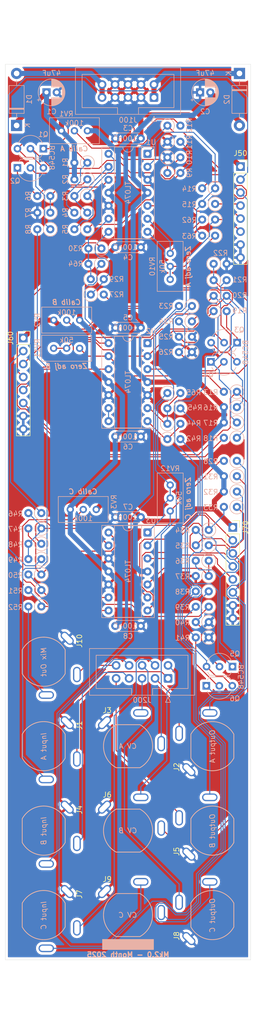
<source format=kicad_pcb>
(kicad_pcb (version 20241229) (generator "pcbnew") (generator_version "9.0")
  (title_block (rev "1") (company "DMH Instruments") (comment 1 "10cm Kosmo format synthesizer module PCB"))
  (layers (0 "F.Cu" signal) (2 "B.Cu" signal) (13 "F.Paste" user) (15 "B.Paste" user) (5 "F.SilkS" user "F.Silkscreen") (7 "B.SilkS" user "B.Silkscreen") (1 "F.Mask" user) (3 "B.Mask" user) (25 "Edge.Cuts" user))
  (net 0 "")
  (net 1 "+12V")
  (net 2 "GND")
  (net 3 "-12V")
  (net 4 "Net-(D1-A)")
  (net 5 "Net-(D2-K)")
  (net 6 "Net-(J200-Pin_1)")
  (net 7 "/Inputs and Outputs/Input A Jack")
  (net 8 "Net-(J200-Pin_2)")
  (net 9 "/Inputs and Outputs/Output A Jack")
  (net 10 "/Inputs and Outputs/CV A Jack")
  (net 11 "Net-(J200-Pin_3)")
  (net 12 "Net-(J200-Pin_4)")
  (net 13 "/Inputs and Outputs/Input B Jack")
  (net 14 "Net-(J200-Pin_5)")
  (net 15 "/Inputs and Outputs/Output B Jack")
  (net 16 "/Inputs and Outputs/CV B Jack")
  (net 17 "Net-(J200-Pin_10)")
  (net 18 "Net-(J200-Pin_9)")
  (net 19 "/Inputs and Outputs/Input C Jack")
  (net 20 "/Inputs and Outputs/Output C Jack")
  (net 21 "Net-(J200-Pin_8)")
  (net 22 "Net-(J200-Pin_7)")
  (net 23 "/Inputs and Outputs/CV C Jack")
  (net 24 "Net-(J200-Pin_6)")
  (net 25 "/Inputs and Outputs/Mix Out Jack")
  (net 26 "/Inputs and Outputs/Offset A Pot")
  (net 27 "/Inputs and Outputs/Mute A Switch")
  (net 28 "/Inputs and Outputs/Mute B Switch")
  (net 29 "/Inputs and Outputs/Offset B Pot")
  (net 30 "/Inputs and Outputs/Offset C Pot")
  (net 31 "/Inputs and Outputs/Mute C Switch")
  (net 32 "Net-(Q1-B)")
  (net 33 "Net-(Q1-C)")
  (net 34 "Net-(Q1-E)")
  (net 35 "Net-(Q2-B)")
  (net 36 "Net-(Q2-C)")
  (net 37 "Net-(Q3-C)")
  (net 38 "Net-(Q3-B)")
  (net 39 "Net-(Q3-E)")
  (net 40 "Net-(Q4-C)")
  (net 41 "Net-(Q4-B)")
  (net 42 "Net-(Q5-C)")
  (net 43 "Net-(Q5-E)")
  (net 44 "Net-(Q5-B)")
  (net 45 "Net-(Q6-C)")
  (net 46 "Net-(Q6-B)")
  (net 47 "Net-(U1D--)")
  (net 48 "Net-(R3-Pad1)")
  (net 49 "Net-(R9-Pad1)")
  (net 50 "Net-(R12-Pad1)")
  (net 51 "Net-(U1A--)")
  (net 52 "Net-(U1C--)")
  (net 53 "Net-(R18-Pad1)")
  (net 54 "Net-(R24-Pad1)")
  (net 55 "Net-(R27-Pad1)")
  (net 56 "Net-(U1B--)")
  (net 57 "Net-(R33-Pad1)")
  (net 58 "Net-(U2C--)")
  (net 59 "Net-(R39-Pad1)")
  (net 60 "Net-(R42-Pad1)")
  (net 61 "Net-(U2B--)")
  (net 62 "Net-(U2A--)")
  (net 63 "Net-(R47-Pad2)")
  (net 64 "Net-(U2D--)")
  (net 65 "Net-(R51-Pad2)")
  (net 66 "/Inputs and Outputs/CV Amt A Pot")
  (net 67 "/Inputs and Outputs/CV Amt B Pot")
  (net 68 "/Inputs and Outputs/CV Amt C Pot")
  (net 69 "Net-(U3B--)")
  (net 70 "Net-(U3C--)")
  (net 71 "Net-(U3A--)")
  (net 72 "Net-(R63-Pad1)")
  (net 73 "Net-(R64-Pad1)")
  (net 74 "Net-(R65-Pad1)")
  (net 75 "Net-(U3D--)")
  (net 76 "Net-(U1D-+)")
  (net 77 "Net-(U2A-+)")
  (net 78 "Net-(U3B-+)")
  (footprint "SynthStuff:CUI_MJ-63052A" (layer "F.Cu") (at 58.5 175.75 -90)
    (property "Reference" "J1")
    (property "Value" "TS_Jack_6.35mm_Sw" (hide yes))
  )
  (footprint "SynthStuff:CUI_MJ-63052A" (layer "F.Cu") (at 58.5 159.25 -90)
    (property "Reference" "J10")
    (property "Value" "TS_Jack_6.35mm_Sw" (hide yes))
  )
  (footprint "SynthStuff:CUI_MJ-63052A" (layer "F.Cu") (at 91.5 192.25 90)
    (property "Reference" "J5")
    (property "Value" "TS_Jack_6.35mm_Sw" (hide yes))
  )
  (footprint "SynthStuff:CUI_MJ-63052A" (layer "F.Cu") (at 75 208.75)
    (property "Reference" "J9")
    (property "Value" "TS_Jack_6.35mm_Sw" (hide yes))
  )
  (footprint "SynthStuff:CUI_MJ-63052A" (layer "F.Cu") (at 75 175.75)
    (property "Reference" "J3")
    (property "Value" "TS_Jack_6.35mm_Sw" (hide yes))
  )
  (footprint "SynthStuff:CUI_MJ-63052A" (layer "F.Cu") (at 58.5 208.75 -90)
    (property "Reference" "J7")
    (property "Value" "TS_Jack_6.35mm_Sw" (hide yes))
  )
  (footprint "Connector_PinSocket_2.54mm:PinSocket_1x08_P2.54mm_Vertical" (layer "F.Cu") (at 95.5 133)
    (property "Reference" "J70")
    (property "Value" "Conn_01x08" (hide yes))
  )
  (footprint "Connector_PinSocket_2.54mm:PinSocket_1x08_P2.54mm_Vertical" (layer "F.Cu") (at 54.5 96)
    (property "Reference" "J60")
    (property "Value" "Conn_01x08" (hide yes))
  )
  (footprint "SynthStuff:CUI_MJ-63052A" (layer "F.Cu") (at 75 192.25)
    (property "Reference" "J6")
    (property "Value" "TS_Jack_6.35mm_Sw" (hide yes))
  )
  (footprint "SynthStuff:CUI_MJ-63052A" (layer "F.Cu") (at 58.5 192.25 -90)
    (property "Reference" "J4")
    (property "Value" "TS_Jack_6.35mm_Sw" (hide yes))
  )
  (footprint "SynthStuff:CUI_MJ-63052A" (layer "F.Cu") (at 91.5 175.75 90)
    (property "Reference" "J2")
    (property "Value" "TS_Jack_6.35mm_Sw" (hide yes))
  )
  (footprint "Connector_PinSocket_2.54mm:PinSocket_1x08_P2.54mm_Vertical" (layer "F.Cu") (at 97 62.5)
    (property "Reference" "J50")
    (property "Value" "Conn_01x08" (hide yes))
  )
  (footprint "SynthStuff:CUI_MJ-63052A" (layer "F.Cu") (at 91.5 208.75 90)
    (property "Reference" "J8")
    (property "Value" "TS_Jack_6.35mm_Sw" (hide yes))
  )
  (footprint "Resistor_THT:R_Axial_DIN0207_L6.3mm_D2.5mm_P2.54mm_Vertical" (layer "B.Cu") (at 90.795 139.5 180)
    (property "Reference" "R36")
    (property "Value" "10k" (hide yes))
  )
  (footprint "Diode_THT:D_DO-41_SOD81_P10.16mm_Horizontal" (layer "B.Cu") (at 96.8 44.3 -90)
    (property "Reference" "D2")
    (property "Value" "SB140-" (hide yes))
  )
  (footprint "Resistor_THT:R_Axial_DIN0207_L6.3mm_D2.5mm_P2.54mm_Vertical" (layer "B.Cu") (at 91.75 87.75)
    (property "Reference" "R20")
    (property "Value" "1k" (hide yes))
  )
  (footprint "Potentiometer_THT:Potentiometer_Bourns_3296W_Vertical" (layer "B.Cu") (at 63.7 129.5 180)
    (property "Reference" "RV3")
    (property "Value" "100k")
  )
  (footprint "Resistor_THT:R_Axial_DIN0207_L6.3mm_D2.5mm_P2.54mm_Vertical" (layer "B.Cu") (at 58.045 136.2 180)
    (property "Reference" "R48")
    (property "Value" "100k" (hide yes))
  )
  (footprint "Resistor_THT:R_Axial_DIN0207_L6.3mm_D2.5mm_P2.54mm_Vertical" (layer "B.Cu") (at 90.795 136.5 180)
    (property "Reference" "R35")
    (property "Value" "1k" (hide yes))
  )
  (footprint "Resistor_THT:R_Axial_DIN0207_L6.3mm_D2.5mm_P2.54mm_Vertical" (layer "B.Cu") (at 96.295 123 180)
    (property "Reference" "R31")
    (property "Value" "20k" (hide yes))
  )
  (footprint "Resistor_THT:R_Axial_DIN0207_L6.3mm_D2.5mm_P2.54mm_Vertical" (layer "B.Cu") (at 96.295 120 180)
    (property "Reference" "R28")
    (property "Value" "33k" (hide yes))
  )
  (footprint "Resistor_THT:R_Axial_DIN0207_L6.3mm_D2.5mm_P2.54mm_Vertical" (layer "B.Cu") (at 67.71 87.5)
    (property "Reference" "R27")
    (property "Value" "10k" (hide yes))
  )
  (footprint "Resistor_THT:R_Axial_DIN0207_L6.3mm_D2.5mm_P2.54mm_Vertical" (layer "B.Cu") (at 91.75 81.5)
    (property "Reference" "R22")
    (property "Value" "100k" (hide yes))
  )
  (footprint "Resistor_THT:R_Axial_DIN0207_L6.3mm_D2.5mm_P2.54mm_Vertical" (layer "B.Cu") (at 82.705 115.75)
    (property "Reference" "R42")
    (property "Value" "10k" (hide yes))
  )
  (footprint "Resistor_THT:R_Axial_DIN0207_L6.3mm_D2.5mm_P2.54mm_Vertical" (layer "B.Cu") (at 92.045 69.8 180)
    (property "Reference" "R15")
    (property "Value" "100k" (hide yes))
  )
  (footprint "Resistor_THT:R_Axial_DIN0207_L6.3mm_D2.5mm_P2.54mm_Vertical" (layer "B.Cu") (at 69.795 81.5 180)
    (property "Reference" "R64")
    (property "Value" "100k" (hide yes))
  )
  (footprint "Resistor_THT:R_Axial_DIN0207_L6.3mm_D2.5mm_P2.54mm_Vertical" (layer "B.Cu") (at 82.705 60.7)
    (property "Reference" "R10")
    (property "Value" "100R" (hide yes))
  )
  (footprint "Diode_THT:D_DO-41_SOD81_P10.16mm_Horizontal" (layer "B.Cu") (at 53.2 54.46 90)
    (property "Reference" "D1")
    (property "Value" "SB140+" (hide yes))
  )
  (footprint "Resistor_THT:R_Axial_DIN0207_L6.3mm_D2.5mm_P2.54mm_Vertical" (layer "B.Cu") (at 58.045 133.2 180)
    (property "Reference" "R47")
    (property "Value" "100k" (hide yes))
  )
  (footprint "Resistor_THT:R_Axial_DIN0207_L6.3mm_D2.5mm_P2.54mm_Vertical" (layer "B.Cu") (at 58.045 145.25 180)
    (property "Reference" "R51")
    (property "Value" "100k" (hide yes))
  )
  (footprint "Resistor_THT:R_Axial_DIN0207_L6.3mm_D2.5mm_P2.54mm_Vertical" (layer "B.Cu") (at 96.295 106.5 180)
    (property "Reference" "R13")
    (property "Value" "33k" (hide yes))
  )
  (footprint "Resistor_THT:R_Axial_DIN0207_L6.3mm_D2.5mm_P2.54mm_Vertical" (layer "B.Cu") (at 90.79 148.5 180)
    (property "Reference" "R39")
    (property "Value" "100k" (hide yes))
  )
  (footprint "Potentiometer_THT:Potentiometer_Bourns_3296W_Vertical" (layer "B.Cu") (at 83.25 79.46 90)
    (property "Reference" "RV10")
    (property "Value" "50k")
  )
  (footprint "Potentiometer_THT:Potentiometer_Bourns_3296W_Vertical" (layer "B.Cu") (at 65.54 92.5)
    (property "Reference" "RV2")
    (property "Value" "100k")
  )
  (footprint "Resistor_THT:R_Axial_DIN0207_L6.3mm_D2.5mm_P2.54mm_Vertical" (layer "B.Cu") (at 91.75 84.7)
    (property "Reference" "R21")
    (property "Value" "10k" (hide yes))
  )
  (footprint "Resistor_THT:R_Axial_DIN0207_L6.3mm_D2.5mm_P2.54mm_Vertical" (layer "B.Cu") (at 58.045 142.2 180)
    (property "Reference" "R50")
    (property "Value" "100k" (hide yes))
  )
  (footprint "Resistor_THT:R_Axial_DIN0207_L6.3mm_D2.5mm_P2.54mm_Vertical" (layer "B.Cu") (at 82.705 57.65)
    (property "Reference" "R11")
    (property "Value" "100R" (hide yes))
  )
  (footprint "Resistor_THT:R_Axial_DIN0207_L6.3mm_D2.5mm_P2.54mm_Vertical" (layer "B.Cu") (at 90.795 133.5 180)
    (property "Reference" "R34")
    (property "Value" "10k" (hide yes))
  )
  (footprint "Resistor_THT:R_Axial_DIN0207_L6.3mm_D2.5mm_P2.54mm_Vertical" (layer "B.Cu") (at 87.5 92.75 180)
    (property "Reference" "R24")
    (property "Value" "100k" (hide yes))
  )
  (footprint "Resistor_THT:R_Axial_DIN0207_L6.3mm_D2.5mm_P2.54mm_Vertical" (layer "B.Cu") (at 82.705 54.5)
    (property "Reference" "R12")
    (property "Value" "10k" (hide yes))
  )
  (footprint "Package_TO_SOT_THT:TO-92L_Inline_Wide" (layer "B.Cu") (at 58.44 59 180)
    (property "Reference" "Q1")
    (property "Value" "BC548")
  )
  (footprint "Package_TO_SOT_THT:TO-92L_Inline_Wide" (layer "B.Cu") (at 90.32 163.95)
    (property "Reference" "Q6")
    (property "Value" "BC548" (hide yes))
  )
  (footprint "Package_DIP:DIP-14_W7.62mm_Socket" (layer "B.Cu") (at 78.81 134 180)
    (property "Reference" "U3")
    (property "Value" "TL074")
  )
  (footprint "Resistor_THT:R_Axial_DIN0207_L6.3mm_D2.5mm_P2.54mm_Vertical" (layer "B.Cu") (at 59.795 68.25 180)
    (property "Reference" "R6")
    (property "Value" "10k" (hide yes))
  )
  (footprint "Potentiometer_THT:Potentiometer_Bourns_3296W_Vertical" (layer "B.Cu") (at 65.53 98)
    (property "Reference" "RV11")
    (property "Value" "50k")
  )
  (footprint "SynthStuff:IDC-Header_2x05_P2.54mm_Vertical_BackBone" (layer "B.Cu") (at 82.83 162.5025 90)
    (property "Reference" "J200")
    (property "Value" "IDC_02x05" (hide yes))
  )
  (footprint "Resistor_THT:R_Axial_DIN0207_L6.3mm_D2.5mm_P2.54mm_Vertical" (layer "B.Cu") (at 82.705 112.75)
    (property "Reference" "R44")
    (property "Value" "100k" (hide yes))
  )
  (footprint "Capacitor_THT:C_Disc_D4.3mm_W1.9mm_P5.00mm" (layer "B.Cu") (at 77.5 152.25 180)
    (property "Reference" "C8")
    (property "Value" "100nF")
  )
  (footprint "Package_TO_SOT_THT:TO-92L_Inline_Wide" (layer "B.Cu") (at 91.22 100.65)
    (property "Reference" "Q4")
    (property "Value" "BC548" (hide yes))
  )
  (footprint "Package_DIP:DIP-14_W7.62mm_Socket" (layer "B.Cu") (at 78.81 97 180)
    (property "Reference" "U2")
    (property "Value" "TL074")
  )
  (footprint "Resistor_THT:R_Axial_DIN0207_L6.3mm_D2.5mm_P2.54mm_Vertical" (layer "B.Cu") (at 67.045 61.75 180)
    (property "Reference" "R1")
    (property "Value" "20k" (hide yes))
  )
  (footprint "Resistor_THT:R_Axial_DIN0207_L6.3mm_D2.5mm_P2.54mm_Vertical" (layer "B.Cu") (at 58.045 148.45 180)
    (property "Reference" "R52")
    (property "Value" "1k" (hide yes))
  )
  (footprint "Capacitor_THT:C_Disc_D4.3mm_W1.9mm_P5.00mm" (layer "B.Cu") (at 77.5 131 180)
    (property "Reference" "C7")
    (property "Value" "100nF")
  )
  (footprint "Potentiometer_THT:Potentiometer_Bourns_3296W_Vertical" (layer "B.Cu") (at 83.25 129.8 -90)
    (property "Reference" "RV12")
    (property "Value" "50k")
  )
  (footprint "Resistor_THT:R_Axial_DIN0207_L6.3mm_D2.5mm_P2.54mm_Vertical" (layer "B.Cu") (at 90.79 145.5 180)
    (property "Reference" "R38")
    (property "Value" "100k" (hide yes))
  )
  (footprint "Resistor_THT:R_Axial_DIN0207_L6.3mm_D2.5mm_P2.54mm_Vertical" (layer "B.Cu") (at 92.045 76 180)
    (property "Reference" "R63")
    (property "Value" "100k" (hide yes))
  )
  (footprint "Capacitor_THT:C_Disc_D4.3mm_W1.9mm_P5.00mm" (layer "B.Cu") (at 77.5 78.25 180)
    (property "Reference" "C4")
    (property "Value" "100nF")
  )
  (footprint "Resistor_THT:R_Axial_DIN0207_L6.3mm_D2.5mm_P2.54mm_Vertical" (layer "B.Cu") (at 96.295 109.5 180)
    (property "Reference" "R16")
    (property "Value" "20k" (hide yes))
  )
  (footprint "Resistor_THT:R_Axial_DIN0207_L6.3mm_D2.5mm_P2.54mm_Vertical" (layer "B.Cu") (at 96.295 126 180)
    (property "Reference" "R32")
    (property "Value" "20k" (hide yes))
  )
  (footprint "Package_TO_SOT_THT:TO-92L_Inline_Wide" (layer "B.Cu") (at 96.34 96.9 180)
    (property "Reference" "Q3")
    (property "Value" "BC548")
  )
  (footprint "Resistor_THT:R_Axial_DIN0207_L6.3mm_D2.5mm_P2.54mm_Vertical" (layer "B.Cu") (at 96.295 129 180)
    (property "Reference" "R33")
    (property "Value" "100k" (hide yes))
  )
  (footprint "Capacitor_THT:CP_Radial_D5.0mm_P2.00mm" (layer "B.Cu") (at 89.1 48)
    (property "Reference" "C2")
    (property "Value" "47uF")
  )
  (footprint "Resistor_THT:R_Axial_DIN0207_L6.3mm_D2.5mm_P2.54mm_Vertical" (layer "B.Cu") (at 58.045 139.2 180)
    (property "Reference" "R49")
    (property "Value" "100k" (hide yes))
  )
  (footprint "Resistor_THT:R_Axial_DIN0207_L6.3mm_D2.5mm_P2.54mm_Vertical" (layer "B.Cu") (at 91.75 90.75)
    (property "Reference" "R19")
    (property "Value" "10k" (hide yes))
  )
  (footprint "Resistor_THT:R_Axial_DIN0207_L6.3mm_D2.5mm_P2.54mm_Vertical" (layer "B.Cu") (at 58.045 130.2 180)
    (property "Reference" "R46")
    (property "Value" "100k" (hide yes))
  )
  (footprint "Resistor_THT:R_Axial_DIN0207_L6.3mm_D2.5mm_P2.54mm_Vertical" (layer "B.Cu") (at 92.045 66.75 180)
    (property "Reference" "R14")
    (property "Value" "100k" (hide yes))
  )
  (footprint "Resistor_THT:R_Axial_DIN0207_L6.3mm_D2.5mm_P2.54mm_Vertical" (layer "B.Cu") (at 85.245 109.75 180)
    (property "Reference" "R45")
    (property "Value" "100k" (hide yes))
  )
  (footprint "Resistor_THT:R_Axial_DIN0207_L6.3mm_D2.5mm_P2.54mm_Vertical" (layer "B.Cu") (at 96.295 112.5 180)
    (property "Reference" "R17")
    (property "Value" "20k" (hide yes))
  )
  (footprint "Potentiometer_THT:Potentiometer_Bourns_3296W_Vertical" (layer "B.Cu") (at 67.05 55.5)
    (property "Reference" "RV1")
    (property "Value" "100k")
  )
  (footprint "Resistor_THT:R_Axial_DIN0207_L6.3mm_D2.5mm_P2.54mm_Vertical" (layer "B.Cu") (at 87.5 98.75 180)
    (property "Reference" "R26")
    (property "Value" "100R" (hide yes))
  )
  (footprint "Resistor_THT:R_Axial_DIN0207_L6.3mm_D2.5mm_P2.54mm_Vertical" (layer "B.Cu") (at 67.045 65 180)
    (property "Reference" "R2")
    (property "Value" "20k" (hide yes))
  )
  (footprint "Resistor_THT:R_Axial_DIN0207_L6.3mm_D2.5mm_P2.54mm_Vertical" (layer "B.Cu") (at 67.045 71.5 180)
    (property "Reference" "R4")
    (property "Value" "10k" (hide yes))
  )
  (footprint "Resistor_THT:R_Axial_DIN0207_L6.3mm_D2.5mm_P2.54mm_Vertical" (layer "B.Cu") (at 90.795 154.5 180)
    (property "Reference" "R41")
    (property "Value" "100R" (hide yes))
  )
  (footprint "Resistor_THT:R_Axial_DIN0207_L6.3mm_D2.5mm_P2.54mm_Vertical" (layer "B.Cu") (at 67.045 74.75 180)
    (property "Reference" "R5")
    (property "Value" "1k" (hide yes))
  )
  (footprint "Resistor_THT:R_Axial_DIN0207_L6.3mm_D2.5mm_P2.54mm_Vertical" (layer "B.Cu") (at 87.5 89.75 180)
    (property "Reference" "R23")
    (property "Value" "100k" (hide yes))
  )
  (footprint "Resistor_THT:R_Axial_DIN0207_L6.3mm_D2.5mm_P2.54mm_Vertical" (layer "B.Cu") (at 59.795 71.5 180)
    (property "Reference" "R7")
    (property "Value" "100k" (hide yes))
  )
  (footprint "Resistor_THT:R_Axial_DIN0207_L6.3mm_D2.5mm_P2.54mm_Vertical" (layer "B.Cu") (at 82.705 63.75)
    (property "Reference" "R9")
    (property "Value" "100k" (hide yes))
  )
  (footprint "Package_TO_SOT_THT:TO-92L_Inline_Wide" (layer "B.Cu") (at 53.36 62.75)
    (property "Reference" "Q2")
    (property "Value" "BC548" (hide yes))
  )
  (footprint "Capacitor_THT:C_Disc_D4.3mm_W1.9mm_P5.00mm" (layer "B.Cu") (at 77.5 57 180)
    (property "Reference" "C3")
    (property "Value" "100nF")
  )
  (footprint "SynthStuff:IDC-Header_2x05_P2.54mm_Vertical_Eurorack" (layer "B.Cu") (at 80.08 49 90)
    (property "Reference" "J100")
    (property "Value" "IDC_02x05" (hide yes))
  )
  (footprint "Capacitor_THT:CP_Radial_D5.0mm_P2.00mm" (layer "B.Cu") (at 59.044888 48)
    (property "Reference" "C1")
    (property "Value" "47uF")
  )
  (footprint "Resistor_THT:R_Axial_DIN0207_L6.3mm_D2.5mm_P2.54mm_Vertical" (layer "B.Cu") (at 92.045 72.85 180)
    (property "Reference" "R62")
    (property "Value" "33k" (hide yes))
  )
  (footprint "Capacitor_THT:C_Disc_D4.3mm_W1.9mm_P5.00mm" (layer "B.Cu") (at 77.5 94 180)
    (property "Reference" "C5")
    (property "Value" "100nF")
  )
  (footprint "Capacitor_THT:C_Disc_D4.3mm_W1.9mm_P5.00mm" (layer "B.Cu") (at 77.5 115.25 180)
    (property "Reference" "C6")
    (property "Value" "100nF")
  )
  (footprint "Resistor_THT:R_Axial_DIN0207_L6.3mm_D2.5mm_P2.54mm_Vertical" (layer "B.Cu") (at 90.795 151.5 180)
    (property "Reference" "R40")
    (property "Value" "100R" (hide yes))
  )
  (footprint "Resistor_THT:R_Axial_DIN0207_L6.3mm_D2.5mm_P2.54mm_Vertical" (layer "B.Cu") (at 87.5 95.75 180)
    (property "Reference" "R25")
    (property "Value" "100R" (hide yes))
  )
  (footprint "Resistor_THT:R_Axial_DIN0207_L6.3mm_D2.5mm_P2.54mm_Vertical" (layer "B.Cu") (at 96.295 115.5 180)
    (property "Reference" "R18")
    (property "Value" "100k" (hide yes))
  )
  (footprint "Package_TO_SOT_THT:TO-92L_Inline_Wide" (layer "B.Cu") (at 95.44 160.2 180)
    (property "Reference" "Q5")
    (property "Value" "BC548")
  )
  (footprint "Resistor_THT:R_Axial_DIN0207_L6.3mm_D2.5mm_P2.54mm_Vertical" (layer "B.Cu") (at 90.795 142.5 180)
    (property "Reference" "R37")
    (property "Value" "100k" (hide yes))
  )
  (footprint "Resistor_THT:R_Axial_DIN0207_L6.3mm_D2.5mm_P2.54mm_Vertical" (layer "B.Cu") (at 67.71 84.5)
    (property "Reference" "R29")
    (property "Value" "100k" (hide yes))
  )
  (footprint "Resistor_THT:R_Axial_DIN0207_L6.3mm_D2.5mm_P2.54mm_Vertical" (layer "B.Cu") (at 69.795 78.5 180)
    (property "Reference" "R30")
    (property "Value" "100k" (hide yes))
  )
  (footprint "Resistor_THT:R_Axial_DIN0207_L6.3mm_D2.5mm_P2.54mm_Vertical" (layer "B.Cu") (at 59.795 74.75 180)
    (property "Reference" "R8")
    (property "Value" "100k" (hide yes))
  )
  (footprint "Resistor_THT:R_Axial_DIN0207_L6.3mm_D2.5mm_P2.54mm_Vertical" (layer "B.Cu") (at 82.705 106.75)
    (property "Reference" "R65")
    (property "Value" "100k" (hide yes))
  )
  (footprint "Resistor_THT:R_Axial_DIN0207_L6.3mm_D2.5mm_P2.54mm_Vertical" (layer "B.Cu") (at 67.045 68.25 180)
    (property "Reference" "R3")
    (property "Value" "100k" (hide yes))
  )
  (footprint "Package_DIP:DIP-14_W7.62mm_Socket" (layer "B.Cu") (at 78.81 60 180)
    (property "Reference" "U1")
    (property "Value" "TL074")
  )
  (gr_rect (start 70 213.5) (end 80 215.5) (stroke (width 0.1)) (fill yes) (layer "B.SilkS"))
  (gr_rect (start 51 42.5) (end 99 217.5) (stroke (width 0.05)) (fill no) (layer "Edge.Cuts"))
  (gr_text "Mk2.0 - Month 2025" (at 75 216.5 0) (layer "B.SilkS") (effects (font (size 1 1) (thickness 0.25) (bold yes)) (justify mirror)))
  (segment (start 60.46 92.5) (end 63.021368 95.061368) (width 1) (layer "F.Cu") (net 1))
  (segment (start 88.875 104.62) (end 93.755 109.5) (width 1) (layer "F.Cu") (net 1))
  (segment (start 93.7 126) (end 91.9 127.8) (width 1) (layer "F.Cu") (net 1))
  (segment (start 86.9 52.4) (end 97 62.5) (width 1) (layer "F.Cu") (net 1))
  (segment (start 78.81 104.62) (end 88.875 104.62) (width 1) (layer "F.Cu") (net 1))
  (segment (start 61.97 55.5) (end 61.97 53.93) (width 1) (layer "F.Cu") (net 1))
  (segment (start 71.1 91) (end 76 91) (width 1) (layer "F.Cu") (net 1))
  (segment (start 53.2 54.46) (end 53.2 53.844888) (width 1) (layer "F.Cu") (net 1))
  (segment (start 54.5 96) (end 58 92.5) (width 1) (layer "F.Cu") (net 1))
  (segment (start 67.038632 95.061368) (end 71.1 91) (width 1) (layer "F.Cu") (net 1))
  (segment (start 70.48 127.8) (end 74.3 127.8) (width 1) (layer "F.Cu") (net 1))
  (segment (start 68.78 129.5) (end 70.48 127.8) (width 1) (layer "F.Cu") (net 1))
  (segment (start 76 91) (end 77.5 92.5) (width 1) (layer "F.Cu") (net 1))
  (segment (start 74.3 127.8) (end 77.5 131) (width 1) (layer "F.Cu") (net 1))
  (segment (start 77.5 131) (end 78.299999 131.799999) (width 1) (layer "F.Cu") (net 1))
  (segment (start 91.9 129.4) (end 95.5 133) (width 1) (layer "F.Cu") (net 1))
  (segment (start 93.755 126) (end 93.7 126) (width 1) (layer "F.Cu") (net 1))
  (segment (start 77.5 57) (end 77.5 52.4) (width 1) (layer "F.Cu") (net 1))
  (segment (start 85.700001 131.799999) (end 88.1 129.4) (width 1) (layer "F.Cu") (net 1))
  (segment (start 78.299999 131.799999) (end 85.700001 131.799999) (width 1) (layer "F.Cu") (net 1))
  (segment (start 77.5 92.5) (end 77.5 94) (width 1) (layer "F.Cu") (net 1))
  (segment (start 63.021368 95.061368) (end 67.038632 95.061368) (width 1) (layer "F.Cu") (net 1))
  (segment (start 61.97 53.93) (end 63.5 52.4) (width 1) (layer "F.Cu") (net 1))
  (segment (start 53.2 53.844888) (end 59.044888 48) (width 1) (layer "F.Cu") (net 1))
  (segment (start 63.5 52.4) (end 77.5 52.4) (width 1) (layer "F.Cu") (net 1))
  (segment (start 88.1 129.4) (end 91.9 129.4) (width 1) (layer "F.Cu") (net 1))
  (segment (start 91.9 127.8) (end 91.9 129.4) (width 1) (layer "F.Cu") (net 1))
  (segment (start 58 92.5) (end 60.46 92.5) (width 1) (layer "F.Cu") (net 1))
  (segment (start 77.5 52.4) (end 86.9 52.4) (width 1) (layer "F.Cu") (net 1))
  (segment (start 76.1 95.4) (end 76.1 101.91) (width 1) (layer "B.Cu") (net 1))
  (segment (start 64.505 65) (end 64.505 61.75) (width 1) (layer "B.Cu") (net 1))
  (segment (start 75.999 70.431) (end 75.999 92.499) (width 1) (layer "B.Cu") (net 1))
  (segment (start 61.97 55.5) (end 64.505 58.035) (width 1) (layer "B.Cu") (net 1))
  (segment (start 78.81 67.62) (end 75.999 70.431) (width 1) (layer "B.Cu") (net 1))
  (segment (start 59.044888 48) (end 59.044888 52.574888) (width 1) (layer "B.Cu") (net 1))
  (segment (start 93.755 123) (end 93.755 126) (width 1) (layer "B.Cu") (net 1))
  (segment (start 77.42 141.62) (end 78.81 141.62) (width 1) (layer "B.Cu") (net 1))
  (segment (start 76.4 132.1) (end 76.4 140.6) (width 1) (layer "B.Cu") (net 1))
  (segment (start 76 58.5) (end 76 64.81) (width 1) (layer "B.Cu") (net 1))
  (segment (start 77.5 94) (end 76.1 95.4) (width 1) (layer "B.Cu") (net 1))
  (segment (start 76.4 140.6) (end 77.42 141.62) (width 1) (layer "B.Cu") (net 1))
  (segment (start 91.2 115) (end 91.2 120.445) (width 1) (layer "B.Cu") (net 1))
  (segment (start 75.999 92.499) (end 77.5 94) (width 1) (layer "B.Cu") (net 1))
  (segment (start 91.2 120.445) (end 93.755 123) (width 1) (layer "B.Cu") (net 1))
  (segment (start 76.1 101.91) (end 78.81 104.62) (width 1) (layer "B.Cu") (net 1))
  (segment (start 77.5 57) (end 76 58.5) (width 1) (layer "B.Cu") (net 1))
  (segment (start 64.505 58.035) (end 64.505 61.75) (width 1) (layer "B.Cu") (net 1))
  (segment (start 93.7 112.5) (end 91.2 115) (width 1) (layer "B.Cu") (net 1))
  (segment (start 93.755 112.5) (end 93.7 112.5) (width 1) (layer "B.Cu") (net 1))
  (segment (start 76 64.81) (end 78.81 67.62) (width 1) (layer "B.Cu") (net 1))
  (segment (start 93.755 109.5) (end 93.755 112.5) (width 1) (layer "B.Cu") (net 1))
  (segment (start 77.5 131) (end 76.4 132.1) (width 1) (layer "B.Cu") (net 1))
  (segment (start 59.044888 52.574888) (end 61.97 55.5) (width 1) (layer "B.Cu") (net 1))
  (segment (start 70.75 80) (end 72.5 78.25) (width 1) (layer "F.Cu") (net 3))
  (segment (start 96.8 54.46) (end 96.8 53.7) (width 1) (layer "F.Cu") (net 3))
  (segment (start 65.54 81.092265) (end 66.632265 80) (width 1) (layer "F.Cu") (net 3))
  (segment (start 96.8 53.7) (end 91.1 48) (width 1) (layer "F.Cu") (net 3))
  (segment (start 65.54 92.5) (end 65.54 81.092265) (width 1) (layer "F.Cu") (net 3))
  (segment (start 66.632265 80) (end 70.75 80) (width 1) (layer "F.Cu") (net 3))
  (segment (start 73.4 77.35) (end 72.5 78.25) (width 1) (layer "B.Cu") (net 3))
  (segment (start 68.2 95.16) (end 68.2 101.63) (width 1) (layer "B.Cu") (net 3))
  (segment (start 73.1 59.277265) (end 73.1 59.787265) (width 1) (layer "B.Cu") (net 3))
  (segment (start 73.1 65.71) (end 71.19 67.62) (width 1) (layer "B.Cu") (net 3))
  (segment (start 73.9 113.85) (end 72.5 115.25) (width 1) (layer "B.Cu") (net 3))
  (segment (start 71.19 141.62) (end 73.4 143.83) (width 1) (layer "B.Cu") (net 3))
  (segment (start 67.05 55.5) (end 68.812735 55.5) (width 1) (layer "B.Cu") (net 3))
  (segment (start 73.4 151.35) (end 72.5 152.25) (width 1) (layer "B.Cu") (net 3))
  (segment (start 79.877265 52.5) (end 73.1 59.277265) (width 1) (layer "B.Cu") (net 3))
  (segment (start 91.1 49.13137) (end 87.73137 52.5) (width 1) (layer "B.Cu") (net 3))
  (segment (start 63.7 129) (end 72.5 120.2) (width 1) (layer "B.Cu") (net 3))
  (segment (start 68.2 101.63) (end 71.19 104.62) (width 1) (layer "B.Cu") (net 3))
  (segment (start 65.54 92.5) (end 68.2 95.16) (width 1) (layer "B.Cu") (net 3))
  (segment (start 71.19 67.62) (end 73.4 69.83) (width 1) (layer "B.Cu") (net 3))
  (segment (start 73.9 107.3) (end 73.9 113.85) (width 1) (layer "B.Cu") (net 3))
  (segment (start 87.73137 52.5) (end 79.877265 52.5) (width 1) (layer "B.Cu") (net 3))
  (segment (start 91.1 48) (end 91.1 49.13137) (width 1) (layer "B.Cu") (net 3))
  (segment (start 71.22 104.62) (end 73.9 107.3) (width 1) (layer "B.Cu") (net 3))
  (segment (start 63.7 129.5) (end 63.7 134.13) (width 1) (layer "B.Cu") (net 3))
  (segment (start 68.812735 55.5) (end 73.1 59.787265) (width 1) (layer "B.Cu") (net 3))
  (segment (start 73.4 143.83) (end 73.4 151.35) (width 1) (layer "B.Cu") (net 3))
  (segment (start 63.7 129.5) (end 63.7 129) (width 1) (layer "B.Cu") (net 3))
  (segment (start 71.19 104.62) (end 71.22 104.62) (width 1) (layer "B.Cu") (net 3))
  (segment (start 72.5 120.2) (end 72.5 115.25) (width 1) (layer "B.Cu") (net 3))
  (segment (start 73.1 59.787265) (end 73.1 65.71) (width 1) (layer "B.Cu") (net 3))
  (segment (start 63.7 134.13) (end 71.19 141.62) (width 1) (layer "B.Cu") (net 3))
  (segment (start 73.4 69.83) (end 73.4 77.35) (width 1) (layer "B.Cu") (net 3))
  (segment (start 69.92 49) (end 69.92 46.46) (width 1) (layer "F.Cu") (net 4))
  (segment (start 67.76 44.3) (end 69.92 46.46) (width 1) (layer "B.Cu") (net 4))
  (segment (start 53.2 44.3) (end 67.76 44.3) (width 1) (layer "B.Cu") (net 4))
  (segment (start 80.08 49) (end 80.08 46.46) (width 1) (layer "F.Cu") (net 5))
  (segment (start 80.08 46.46) (end 82.24 44.3) (width 1) (layer "B.Cu") (net 5))
  (segment (start 82.24 44.3) (end 96.8 44.3) (width 1) (layer "B.Cu") (net 5))
  (segment (start 65 178.25) (end 65 167.3) (width 0.2) (layer "F.Cu") (net 6))
  (segment (start 81.5275 161.2) (end 82.83 162.5025) (width 0.2) (layer "F.Cu") (net 6))
  (segment (start 71.1 161.2) (end 81.5275 161.2) (width 0.2) (layer "F.Cu") (net 6))
  (segment (start 65 167.3) (end 71.1 161.2) (width 0.2) (layer "F.Cu") (net 6))
  (segment (start 59.146 139.65605) (end 59.146 101.746) (width 0.2) (layer "B.Cu") (net 7))
  (segment (start 54.4 177.65) (end 54.4 141.5) (width 0.2) (layer "B.Cu") (net 7))
  (segment (start 59 182.25) (end 54.4 177.65) (width 0.2) (layer "B.Cu") (net 7))
  (segment (start 54.4 141.5) (end 54.9 141) (width 0.2) (layer "B.Cu") (net 7))
  (segment (start 57.255 99.855) (end 57.255 74.75) (width 0.2) (layer "B.Cu") (net 7))
  (segment (start 59.146 101.746) (end 57.255 99.855) (width 0.2) (layer "B.Cu") (net 7))
  (segment (start 54.9 141) (end 57.80205 141) (width 0.2) (layer "B.Cu") (net 7))
  (segment (start 57.80205 141) (end 59.146 139.65605) (width 0.2) (layer "B.Cu") (net 7))
  (segment (start 85 167.2125) (end 85 173.25) (width 0.2) (layer "F.Cu") (net 8))
  (segment (start 80.29 162.5025) (end 85 167.2125) (width 0.2) (layer "F.Cu") (net 8))
  (segment (start 73.61295 73.8) (end 78.41295 69) (width 0.2) (layer "F.Cu") (net 9))
  (segment (start 67.995 73.8) (end 73.61295 73.8) (width 0.2) (layer "F.Cu") (net 9))
  (segment (start 93.5 64.08) (end 97 67.58) (width 0.2) (layer "F.Cu") (net 9))
  (segment (start 67.045 74.75) (end 67.995 73.8) (width 0.2) (layer "F.Cu") (net 9))
  (segment (start 85.3 69) (end 90.22 64.08) (width 0.2) (layer "F.Cu") (net 9))
  (segment (start 90.22 64.08) (end 93.5 64.08) (width 0.2) (layer "F.Cu") (net 9))
  (segment (start 78.41295 69) (end 85.3 69) (width 0.2) (layer "F.Cu") (net 9))
  (segment (start 98.341 68.921) (end 98.341 164.3261) (width 0.2) (layer "B.Cu") (net 9))
  (segment (start 96.3661 166.301) (end 91.899 166.301) (width 0.2) (layer "B.Cu") (net 9))
  (segment (start 97 67.58) (end 98.341 68.921) (width 0.2) (layer "B.Cu") (net 9))
  (segment (start 98.341 164.3261) (end 96.3661 166.301) (width 0.2) (layer "B.Cu") (net 9))
  (segment (start 91.899 166.301) (end 91 167.2) (width 0.2) (layer "B.Cu") (net 9))
  (segment (start 91 167.2) (end 91 169.25) (width 0.2) (layer "B.Cu") (net 9))
  (segment (start 94.65 72.85) (end 97 75.2) (width 0.2) (layer "F.Cu") (net 10))
  (segment (start 92.045 72.85) (end 94.65 72.85) (width 0.2) (layer "F.Cu") (net 10))
  (segment (start 84.4261 90.851) (end 85.41605 90.851) (width 0.2) (layer "B.Cu") (net 10))
  (segment (start 80.802 109.2201) (end 81.9221 108.1) (width 0.2) (layer "B.Cu") (net 10))
  (segment (start 90.944 73.951) (end 92.045 72.85) (width 0.2) (layer "B.Cu") (net 10))
  (segment (start 80.802 120.702) (end 80.802 109.2201) (width 0.2) (layer "B.Cu") (net 10))
  (segment (start 86.399 80.66305) (end 90.944 76.11805) (width 0.2) (layer "B.Cu") (net 10))
  (segment (start 85.41605 90.851) (end 86.399 89.86805) (width 0.2) (layer "B.Cu") (net 10))
  (segment (start 83.9 107.5) (end 83.9 105.3) (width 0.2) (layer "B.Cu") (net 10))
  (segment (start 83.3 108.1) (end 83.9 107.5) (width 0.2) (layer "B.Cu") (net 10))
  (segment (start 84.443 131.4741) (end 84.443 124.343) (width 0.2) (layer "B.Cu") (net 10))
  (segment (start 86.399 89.86805) (end 86.399 80.66305) (width 0.2) (layer "B.Cu") (net 10))
  (segment (start 80.401 101.801) (end 80.401 94.8761) (width 0.2) (layer "B.Cu") (net 10))
  (segment (start 80.401 94.8761) (end 84.4261 90.851) (width 0.2) (layer "B.Cu") (net 10))
  (segment (start 81.5 175.25) (end 81.5 134.4171) (width 0.2) (layer "B.Cu") (net 10))
  (segment (start 90.944 76.11805) (end 90.944 73.951) (width 0.2) (layer "B.Cu") (net 10))
  (segment (start 81.5 134.4171) (end 84.443 131.4741) (width 0.2) (layer "B.Cu") (net 10))
  (segment (start 84.443 124.343) (end 80.802 120.702) (width 0.2) (layer "B.Cu") (net 10))
  (segment (start 81.9221 108.1) (end 83.3 108.1) (width 0.2) (layer "B.Cu") (net 10))
  (segment (start 83.9 105.3) (end 80.401 101.801) (width 0.2) (layer "B.Cu") (net 10))
  (segment (start 77.75 169) (end 77.5 169.25) (width 0.2) (layer "B.Cu") (net 11))
  (segment (start 77.75 162.5025) (end 77.75 169) (width 0.2) (layer "B.Cu") (net 11))
  (segment (start 66.055 165.51684) (end 66.055 193.695) (width 0.2) (layer "B.Cu") (net 12))
  (segment (start 74.059 161.3515) (end 70.22034 161.3515) (width 0.2) (layer "B.Cu") (net 12))
  (segment (start 66.055 193.695) (end 65 194.75) (width 0.2) (layer "B.Cu") (net 12))
  (segment (start 70.22034 161.3515) (end 66.055 165.51684) (width 0.2) (layer "B.Cu") (net 12))
  (segment (start 75.21 162.5025) (end 74.059 161.3515) (width 0.2) (layer "B.Cu") (net 12))
  (segment (start 75.599 131.101) (end 75.599 154.83864) (width 0.2) (layer "B.Cu") (net 13))
  (segment (start 61.107031 196.642969) (end 59 198.75) (width 0.2) (layer "B.Cu") (net 13))
  (segment (start 75.599 154.83864) (end 61.107031 169.330609) (width 0.2) (layer "B.Cu") (net 13))
  (segment (start 80 94.71) (end 80 126.7) (width 0.2) (layer "B.Cu") (net 13))
  (segment (start 61.107031 169.330609) (end 61.107031 196.642969) (width 0.2) (layer "B.Cu") (net 13))
  (segment (start 84.96 89.75) (end 80 94.71) (width 0.2) (layer "B.Cu") (net 13))
  (segment (start 80 126.7) (end 75.599 131.101) (width 0.2) (layer "B.Cu") (net 13))
  (segment (start 72.67 176.57) (end 85 188.9) (width 0.2) (layer "F.Cu") (net 14))
  (segment (start 85 188.9) (end 85 189.75) (width 0.2) (layer "F.Cu") (net 14))
  (segment (start 72.67 162.5025) (end 72.67 176.57) (width 0.2) (layer "F.Cu") (net 14))
  (segment (start 79.301 95.899) (end 83.9 91.3) (width 0.2) (layer "F.Cu") (net 15))
  (segment (start 54.5 101.08) (end 59.681 95.899) (width 0.2) (layer "F.Cu") (net 15))
  (segment (start 88.2 91.3) (end 91.75 87.75) (width 0.2) (layer "F.Cu") (net 15))
  (segment (start 83.9 91.3) (end 88.2 91.3) (width 0.2) (layer "F.Cu") (net 15))
  (segment (start 59.681 95.899) (end 79.301 95.899) (width 0.2) (layer "F.Cu") (net 15))
  (segment (start 84.144 116.469528) (end 84.144 116.20605) (width 0.2) (layer "B.Cu") (net 15))
  (segment (start 87.899 170.5339) (end 87.899 157.699) (width 0.2) (layer "B.Cu") (net 15))
  (segment (start 86.199 143.0339) (end 86.199 133.0661) (width 0.2) (layer "B.Cu") (net 15))
  (segment (start 93.1 91.4) (end 93.1 89.1) (width 0.2) (layer "B.Cu") (net 15))
  (segment (start 87.3 108.3) (end 90.1 105.5) (width 0.2) (layer "B.Cu") (net 15))
  (segment (start 87.899 170.8661) (end 87.899 170.5339) (width 0.2) (layer "B.Cu") (net 15))
  (segment (start 91 173.9671) (end 88.1339 171.101) (width 0.2) (layer "B.Cu") (net 15))
  (segment (start 88.698 121.023528) (end 84.144 116.469528) (width 0.2) (layer "B.Cu") (net 15))
  (segment (start 84.798 154.598) (end 84.798 154.2658) (width 0.2) (layer "B.Cu") (net 15))
  (segment (start 93.1 89.1) (end 91.75 87.75) (width 0.2) (layer "B.Cu") (net 15))
  (segment (start 84.144 116.20605) (end 84.144 115.29395) (width 0.2) (layer "B.Cu") (net 15))
  (segment (start 85.0329 148.15) (end 87.187925 145.994975) (width 0.2) (layer "B.Cu") (net 15))
  (segment (start 90.1 99.8) (end 90.4 99.5) (width 0.2) (layer "B.Cu") (net 15))
  (segment (start 84.144 108.656) (end 84.5 108.3) (width 0.2) (layer "B.Cu") (net 15))
  (segment (start 86.4339 143.601) (end 86.199 143.3661) (width 0.2) (layer "B.Cu") (net 15))
  (segment (start 92.6 98.7) (end 92.6 91.9) (width 0.2) (layer "B.Cu") (net 15))
  (segment (start 84.5 108.3) (end 87.3 108.3) (width 0.2) (layer "B.Cu") (net 15))
  (segment (start 91 185.75) (end 91 173.9671) (width 0.2) (layer "B.Cu") (net 15))
  (segment (start 86.199 133.0661) (end 86.199 132.7339) (width 0.2) (layer "B.Cu") (net 15))
  (segment (start 87.398 144.5651) (end 86.4339 143.601) (width 0.2) (layer "B.Cu") (net 15))
  (segment (start 91.8 99.5) (end 92.6 98.7) (width 0.2) (layer "B.Cu") (net 15))
  (segment (start 84.144 115.29395) (end 84.144 108.656) (width 0.2) (layer "B.Cu") (net 15))
  (segment (start 90.4 99.5) (end 91.8 99.5) (width 0.2) (layer "B.Cu") (net 15))
  (segment (start 90.1 105.5) (end 90.1 99.8) (width 0.2) (layer "B.Cu") (net 15))
  (segment (start 84.798 148.3849) (end 85.0329 148.15) (width 0.2) (layer "B.Cu") (net 15))
  (segment (start 92.6 91.9) (end 93.1 91.4) (width 0.2) (layer "B.Cu") (net 15))
  (segment (start 87.512925 144.680025) (end 87.398 144.5651) (width 0.2) (layer "B.Cu") (net 15))
  (segment (start 88.1339 171.101) (end 87.899 170.8661) (width 0.2) (layer "B.Cu") (net 15))
  (segment (start 84.798 148.7171) (end 84.798 148.3849) (width 0.2) (layer "B.Cu") (net 15))
  (segment (start 88.698 130.2349) (end 88.698 121.023528) (width 0.2) (layer "B.Cu") (net 15))
  (segment (start 85.0329 154.8329) (end 84.798 154.598) (width 0.2) (layer "B.Cu") (net 15))
  (segment (start 86.199 143.3661) (end 86.199 143.0339) (width 0.2) (layer "B.Cu") (net 15))
  (segment (start 87.187925 145.994975) (end 87.149 145.95605) (width 0.2) (layer "B.Cu") (net 15))
  (segment (start 87.149 145.04395) (end 87.512925 144.680025) (width 0.2) (layer "B.Cu") (net 15))
  (segment (start 87.899 157.699) (end 85.0329 154.8329) (width 0.2) (layer "B.Cu") (net 15))
  (segment (start 86.4339 132.499) (end 88.698 130.2349) (width 0.2) (layer "B.Cu") (net 15))
  (segment (start 87.149 145.95605) (end 87.149 145.04395) (width 0.2) (layer "B.Cu") (net 15))
  (segment (start 86.199 132.7339) (end 86.4339 132.499) (width 0.2) (layer "B.Cu") (net 15))
  (segment (start 84.798 154.2658) (end 84.798 148.7171) (width 0.2) (layer "B.Cu") (net 15))
  (segment (start 96.295 106.5) (end 95 107.795) (width 0.2) (layer "F.Cu") (net 16))
  (segment (start 98.399 186.401) (end 98.399 108.604) (width 0.2) (layer "F.Cu") (net 16))
  (segment (start 95 113.5) (end 94.5 114) (width 0.2) (layer "F.Cu") (net 16))
  (segment (start 81.5 191.75) (end 83.15 193.4) (width 0.2) (layer "F.Cu") (net 16))
  (segment (start 95 107.795) (end 95 113.5) (width 0.2) (layer "F.Cu") (net 16))
  (segment (start 91.4 193.4) (end 98.399 186.401) (width 0.2) (layer "F.Cu") (net 16))
  (segment (start 98.399 108.604) (end 96.295 106.5) (width 0.2) (layer "F.Cu") (net 16))
  (segment (start 83.15 193.4) (end 91.4 193.4) (width 0.2) (layer "F.Cu") (net 16))
  (segment (start 88.8 118.8) (end 64.6 118.8) (width 0.2) (layer "F.Cu") (net 16))
  (segment (start 93.6 114) (end 88.8 118.8) (width 0.2) (layer "F.Cu") (net 16))
  (segment (start 64.6 118.8) (end 54.5 108.7) (width 0.2) (layer "F.Cu") (net 16))
  (segment (start 94.5 114) (end 93.6 114) (width 0.2) (layer "F.Cu") (net 16))
  (segment (start 66.7875 159.9625) (end 72.67 159.9625) (width 0.2) (layer "F.Cu") (net 17))
  (segment (start 65 161.75) (end 66.7875 159.9625) (width 0.2) (layer "F.Cu") (net 17))
  (segment (start 70.3839 214.849) (end 77.5 207.7329) (width 0.2) (layer "B.Cu") (net 18))
  (segment (start 74.059 158.8115) (end 72.19324 158.8115) (width 0.2) (layer "B.Cu") (net 18))
  (segment (start 61.508031 169.496709) (end 61.508031 212.608031) (width 0.2) (layer "B.Cu") (net 18))
  (segment (start 77.5 207.7329) (end 77.5 202.25) (width 0.2) (layer "B.Cu") (net 18))
  (segment (start 72.19324 158.8115) (end 61.508031 169.496709) (width 0.2) (layer "B.Cu") (net 18))
  (segment (start 75.21 159.9625) (end 74.059 158.8115) (width 0.2) (layer "B.Cu") (net 18))
  (segment (start 63.749 214.849) (end 70.3839 214.849) (width 0.2) (layer "B.Cu") (net 18))
  (segment (start 61.508031 212.608031) (end 63.749 214.849) (width 0.2) (layer "B.Cu") (net 18))
  (segment (start 93.198 195.8678) (end 88.389 200.6768) (width 0.2) (layer "B.Cu") (net 19))
  (segment (start 88.3 157.5329) (end 88.3 170.7) (width 0.2) (layer "B.Cu") (net 19))
  (segment (start 70.55 215.25) (end 59 215.25) (width 0.2) (layer "B.Cu") (net 19))
  (segment (start 79.76 206.04) (end 70.55 215.25) (width 0.2) (layer "B.Cu") (net 19))
  (segment (start 88.389 206.1768) (end 86.2668 208.299) (width 0.2) (layer "B.Cu") (net 19))
  (segment (start 86.2668 208.299) (end 84.4661 208.299) (width 0.2) (layer "B.Cu") (net 19))
  (segment (start 88.25 145.5) (end 85.199 148.551) (width 0.2) (layer "B.Cu") (net 19))
  (segment (start 88.389 200.6768) (end 88.389 206.1768) (width 0.2) (layer "B.Cu") (net 19))
  (segment (start 93.198 175.598) (end 93.198 195.8678) (width 0.2) (layer "B.Cu") (net 19))
  (segment (start 82.2071 206.04) (end 79.76 206.04) (width 0.2) (layer "B.Cu") (net 19))
  (segment (start 85.199 154.4319) (end 88.3 157.5329) (width 0.2) (layer "B.Cu") (net 19))
  (segment (start 84.4661 208.299) (end 82.2071 206.04) (width 0.2) (layer "B.Cu") (net 19))
  (segment (start 88.3 170.7) (end 93.198 175.598) (width 0.2) (layer "B.Cu") (net 19))
  (segment (start 85.199 148.551) (end 85.199 154.4319) (width 0.2) (layer "B.Cu") (net 19))
  (segment (start 93.92 136.5) (end 95.5 138.08) (width 0.2) (layer "F.Cu") (net 20))
  (segment (start 90.795 136.5) (end 93.92 136.5) (width 0.2) (layer "F.Cu") (net 20))
  (segment (start 96.001439 165.402) (end 97.539 163.86444) (width 0.2) (layer "B.Cu") (net 20))
  (segment (start 94.349 145.22324) (end 95.26124 144.311) (width 0.2) (layer "B.Cu") (net 20))
  (segment (start 81.063005 210.059) (end 80.445 209.440995) (width 0.2) (layer "B.Cu") (net 20))
  (segment (start 97.539 143.0939) (end 97.539 140.119) (width 0.2) (layer "B.Cu") (net 20))
  (segment (start 91 202.25) (end 91 205.2671) (width 0.2) (layer "B.Cu") (net 20))
  (segment (start 91.6309 165.402) (end 96.001439 165.402) (width 0.2) (layer "B.Cu") (net 20))
  (segment (start 96.0839 146.851) (end 95.02324 146.851) (width 0.2) (layer "B.Cu") (net 20))
  (segment (start 94.349 146.17676) (end 94.349 145.22324) (width 0.2) (layer "B.Cu") (net 20))
  (segment (start 88.79 200.8429) (end 93.599 196.0339) (width 0.2) (layer "B.Cu") (net 20))
  (segment (start 86.2081 210.059) (end 81.063005 210.059) (width 0.2) (layer "B.Cu") (net 20))
  (segment (start 88.79 170.54) (end 88.79 168.2429) (width 0.2) (layer "B.Cu") (net 20))
  (segment (start 81.063005 206.441) (end 82.041 206.441) (width 0.2) (layer "B.Cu") (net 20))
  (segment (start 95.02324 146.851) (end 94.349 146.17676) (width 0.2) (layer "B.Cu") (net 20))
  (segment (start 86.4329 208.7) (end 88.79 206.3429) (width 0.2) (layer "B.Cu") (net 20))
  (segment (start 95.26124 144.311) (end 96.3219 144.311) (width 0.2) (layer "B.Cu") (net 20))
  (segment (start 82.041 206.441) (end 84.3 208.7) (width 0.2) (layer "B.Cu") (net 20))
  (segment (start 96.3219 144.311) (end 97.539 143.0939) (width 0.2) (layer "B.Cu") (net 20))
  (segment (start 97.539 140.119) (end 95.5 138.08) (width 0.2) (layer "B.Cu") (net 20))
  (segment (start 80.445 207.059005) (end 81.063005 206.441) (width 0.2) (layer "B.Cu") (net 20))
  (segment (start 93.599 175.349) (end 88.79 170.54) (width 0.2) (layer "B.Cu") (net 20))
  (segment (start 80.445 209.440995) (end 80.445 207.059005) (width 0.2) (layer "B.Cu") (net 20))
  (segment (start 93.599 196.0339) (end 93.599 175.349) (width 0.2) (layer "B.Cu") (net 20))
  (segment (start 88.79 168.2429) (end 91.6309 165.402) (width 0.2) (layer "B.Cu") (net 20))
  (segment (start 97.539 163.86444) (end 97.539 148.3061) (width 0.2) (layer "B.Cu") (net 20))
  (segment (start 88.79 206.3429) (end 88.79 200.8429) (width 0.2) (layer "B.Cu") (net 20))
  (segment (start 91 205.2671) (end 86.2081 210.059) (width 0.2) (layer "B.Cu") (net 20))
  (segment (start 97.539 148.3061) (end 96.0839 146.851) (width 0.2) (layer "B.Cu") (net 20))
  (segment (start 84.3 208.7) (end 86.4329 208.7) (width 0.2) (layer "B.Cu") (net 20))
  (segment (start 85 202.7) (end 85 206.25) (width 0.2) (layer "B.Cu") (net 21))
  (segment (start 78.9 161.1125) (end 78.9 167.7) (width 0.2) (layer "B.Cu") (net 21))
  (segment (start 79.6 168.4) (end 79.6 170.6) (width 0.2) (layer "B.Cu") (net 21))
  (segment (start 77.75 159.9625) (end 78.9 161.1125) (width 0.2) (layer "B.Cu") (net 21))
  (segment (start 74.3 192) (end 85 202.7) (width 0.2) (layer "B.Cu") (net 21))
  (segment (start 74.3 175.9) (end 74.3 192) (width 0.2) (layer "B.Cu") (net 21))
  (segment (start 79.6 170.6) (end 74.3 175.9) (width 0.2) (layer "B.Cu") (net 21))
  (segment (start 78.9 167.7) (end 79.6 168.4) (width 0.2) (layer "B.Cu") (net 21))
  (segment (start 65.35 211.25) (end 65 211.25) (width 0.2) (layer "B.Cu") (net 22))
  (segment (start 77.27324 158.8115) (end 76.599 159.48574) (width 0.2) (layer "B.Cu") (net 22))
  (segment (start 76.599 159.48574) (end 76.599 165.501) (width 0.2) (layer "B.Cu") (net 22))
  (segment (start 72.3 169.8) (end 72.3 204.3) (width 0.2) (layer "B.Cu") (net 22))
  (segment (start 76.599 165.501) (end 72.3 169.8) (width 0.2) (layer "B.Cu") (net 22))
  (segment (start 72.3 204.3) (end 65.35 211.25) (width 0.2) (layer "B.Cu") (net 22))
  (segment (start 80.29 159.9625) (end 79.139 158.8115) (width 0.2) (layer "B.Cu") (net 22))
  (segment (start 79.139 158.8115) (end 77.27324 158.8115) (width 0.2) (layer "B.Cu") (net 22))
  (segment (start 97.94 148.14) (end 95.5 145.7) (width 0.2) (layer "B.Cu") (net 23))
  (segment (start 94 175.1829) (end 89.191 170.3739) (width 0.2) (layer "B.Cu") (net 23))
  (segment (start 89.191 168.409) (end 91.7 165.9) (width 0.2) (layer "B.Cu") (net 23))
  (segment (start 91.7 165.9) (end 96.2 165.9) (width 0.2) (layer "B.Cu") (net 23))
  (segment (start 89.191 206.509) (end 89.191 201.009) (width 0.2) (layer "B.Cu") (net 23))
  (segment (start 96.295 120) (end 97.94 121.645) (width 0.2) (layer "B.Cu") (net 23))
  (segment (start 86.1 209.6) (end 89.191 206.509) (width 0.2) (layer "B.Cu") (net 23))
  (segment (start 96.2 165.9) (end 97.94 164.16) (width 0.2) (layer "B.Cu") (net 23))
  (segment (start 97.94 164.16) (end 97.94 148.14) (width 0.2) (layer "B.Cu") (net 23))
  (segment (start 94 196.2) (end 94 175.1829) (width 0.2) (layer "B.Cu") (net 23))
  (segment (start 89.191 201.009) (end 94 196.2) (width 0.2) (layer "B.Cu") (net 23))
  (segment (start 97.94 143.26) (end 95.5 145.7) (width 0.2) (layer "B.Cu") (net 23))
  (segment (start 97.94 121.645) (end 97.94 143.26) (width 0.2) (layer "B.Cu") (net 23))
  (segment (start 82.85 209.6) (end 86.1 209.6) (width 0.2) (layer "B.Cu") (net 23))
  (segment (start 81.5 208.25) (end 82.85 209.6) (width 0.2) (layer "B.Cu") (net 23))
  (segment (start 89.191 170.3739) (end 89.191 168.409) (width 0.2) (layer "B.Cu") (net 23))
  (segment (start 82.6 178.6) (end 77.5 183.7) (width 0.2) (layer "B.Cu") (net 24))
  (segment (start 84.2 161.3325) (end 84.2 163.6) (width 0.2) (layer "B.Cu") (net 24))
  (segment (start 82.83 159.9625) (end 84.2 161.3325) (width 0.2) (layer "B.Cu") (net 24))
  (segment (start 84.2 163.6) (end 82.6 165.2) (width 0.2) (layer "B.Cu") (net 24))
  (segment (start 77.5 183.7) (end 77.5 185.75) (width 0.2) (layer "B.Cu") (net 24))
  (segment (start 82.6 165.2) (end 82.6 178.6) (width 0.2) (layer "B.Cu") (net 24))
  (segment (start 55.505 148.45) (end 55.505 162.255) (width 0.2) (layer "B.Cu") (net 25))
  (segment (start 55.505 162.255) (end 59 165.75) (width 0.2) (layer "B.Cu") (net 25))
  (segment (start 92.045 69.8) (end 96.68 69.8) (width 0.2) (layer "F.Cu") (net 26))
  (segment (start 96.68 69.8) (end 97 70.12) (width 0.2) (layer "F.Cu") (net 26))
  (segment (start 58.045 139.2) (end 56.745 140.5) (width 0.2) (layer "B.Cu") (net 27))
  (segment (start 98.399 48.999) (end 98.399 63.641) (width 0.2) (layer "B.Cu") (net 27))
  (segment (start 80.7 47.7) (end 83.299 45.101) (width 0.2) (layer "B.Cu") (net 27))
  (segment (start 56.745 140.5) (end 55 140.5) (width 0.2) (layer "B.Cu") (net 27))
  (segment (start 54.999 45.101) (end 66.701 45.101) (width 0.2) (layer "B.Cu") (net 27))
  (segment (start 55 140.5) (end 51.601 137.101) (width 0.2) (layer "B.Cu") (net 27))
  (segment (start 94.501 45.101) (end 98.399 48.999) (width 0.2) (layer "B.Cu") (net 27))
  (segment (start 51.601 137.101) (end 51.601 48.499) (width 0.2) (layer "B.Cu") (net 27))
  (segment (start 98.399 63.641) (end 97 65.04) (width 0.2) (layer "B.Cu") (net 27))
  (segment (start 69.3 47.7) (end 80.7 47.7) (width 0.2) (layer "B.Cu") (net 27))
  (segment (start 66.701 45.101) (end 69.3 47.7) (width 0.2) (layer "B.Cu") (net 27))
  (segment (start 51.601 48.499) (end 54.999 45.101) (width 0.2) (layer "B.Cu") (net 27))
  (segment (start 83.299 45.101) (end 94.501 45.101) (width 0.2) (layer "B.Cu") (net 27))
  (segment (start 52.002 101.038) (end 52.002 124.157) (width 0.2) (layer "B.Cu") (net 28))
  (segment (start 54.5 98.54) (end 52.002 101.038) (width 0.2) (layer "B.Cu") (net 28))
  (segment (start 52.002 124.157) (end 58.045 130.2) (width 0.2) (layer "B.Cu") (net 28))
  (segment (start 68.694 77.399) (end 69.795 78.5) (width 0.2) (layer "F.Cu") (net 29))
  (segment (start 54.5 103.62) (end 53.349 102.469) (width 0.2) (layer "F.Cu") (net 29))
  (segment (start 53.349 90.84895) (end 66.79895 77.399) (width 0.2) (layer "F.Cu") (net 29))
  (segment (start 66.79895 77.399) (end 68.694 77.399) (width 0.2) (layer "F.Cu") (net 29))
  (segment (start 53.349 102.469) (end 53.349 90.84895) (width 0.2) (layer "F.Cu") (net 29))
  (segment (start 95.5 140.62) (end 92.2 137.32) (width 0.2) (layer "B.Cu") (net 30))
  (segment (start 89.5 134.1) (end 89.5 114) (width 0.2) (layer "B.Cu") (net 30))
  (segment (start 91.3 134.9) (end 90.3 134.9) (width 0.2) (layer "B.Cu") (net 30))
  (segment (start 92.2 137.32) (end 92.2 135.8) (width 0.2) (layer "B.Cu") (net 30))
  (segment (start 89.5 114) (end 85.25 109.75) (width 0.2) (layer "B.Cu") (net 30))
  (segment (start 90.3 134.9) (end 89.5 134.1) (width 0.2) (layer "B.Cu") (net 30))
  (segment (start 92.2 135.8) (end 91.3 134.9) (width 0.2) (layer "B.Cu") (net 30))
  (segment (start 59.700999 132.600999) (end 77.968213 132.600999) (width 0.2) (layer "F.Cu") (net 31))
  (segment (start 77.968213 132.600999) (end 77.968214 132.600999) (width 0.2) (layer "F.Cu") (net 31))
  (segment (start 85.368215 132.600999) (end 86.031786 132.600999) (width 0.2) (layer "F.Cu") (net 31))
  (segment (start 77.968214 132.600999) (end 78.631785 132.600999) (width 0.2) (layer "F.Cu") (net 31))
  (segment (start 90.161 130.201) (end 95.5 135.54) (width 0.2) (layer "F.Cu") (net 31))
  (segment (start 57.6 131.9) (end 59 131.9) (width 0.2) (layer "F.Cu") (net 31))
  (segment (start 78.631785 132.600999) (end 85.368215 132.600999) (width 0.2) (layer "F.Cu") (net 31))
  (segment (start 59 131.9) (end 59.700999 132.600999) (width 0.2) (layer "F.Cu") (net 31))
  (segment (start 56.944 132.556) (end 57.6 131.9) (width 0.2) (layer "F.Cu") (net 31))
  (segment (start 86.031786 132.600999) (end 86.031787 132.600999) (width 0.2) (layer "F.Cu") (net 31))
  (segment (start 58.045 136.2) (end 56.944 135.099) (width 0.2) (layer "F.Cu") (net 31))
  (segment (start 86.031787 132.600999) (end 88.431786 130.201) (width 0.2) (layer "F.Cu") (net 31))
  (segment (start 56.944 135.099) (end 56.944 132.556) (width 0.2) (layer "F.Cu") (net 31))
  (segment (start 88.431786 130.201) (end 90.161 130.201) (width 0.2) (layer "F.Cu") (net 31))
  (segment (start 84.144 63.9) (end 84.144 61.801) (width 0.2) (layer "F.Cu") (net 32))
  (segment (start 82.2619 64.86395) (end 83.18005 64.86395) (width 0.2) (layer "F.Cu") (net 32))
  (segment (start 69.32195 62.851) (end 70.87295 61.3) (width 0.2) (layer "F.Cu") (net 32))
  (segment (start 81.10195 63.704) (end 82.2619 64.86395) (width 0.2) (layer "F.Cu") (net 32))
  (segment (start 73.1 61.3) (end 75.504 63.704) (width 0.2) (layer "F.Cu") (net 32))
  (segment (start 55.9 59) (end 56.176339 59) (width 0.2) (layer "F.Cu") (net 32))
  (segment (start 84.144 61.801) (end 85.245 60.7) (width 0.2) (layer "F.Cu") (net 32))
  (segment (start 56.176339 59) (end 60.027339 62.851) (width 0.2) (layer "F.Cu") (net 32))
  (segment (start 75.504 63.704) (end 81.10195 63.704) (width 0.2) (layer "F.Cu") (net 32))
  (segment (start 83.18005 64.86395) (end 84.144 63.9) (width 0.2) (layer "F.Cu") (net 32))
  (segment (start 60.027339 62.851) (end 69.32195 62.851) (width 0.2) (layer "F.Cu") (net 32))
  (segment (start 70.87295 61.3) (end 73.1 61.3) (width 0.2) (layer "F.Cu") (net 32))
  (segment (start 56.951 60.051) (end 55.9 59) (width 0.2) (layer "B.Cu") (net 32))
  (segment (start 58.694 73.649) (end 58.694 68.13195) (width 0.2) (layer "B.Cu") (net 32))
  (segment (start 58.694 68.13195) (end 56.951 66.38895) (width 0.2) (layer "B.Cu") (net 32))
  (segment (start 59.795 74.75) (end 58.694 73.649) (width 0.2) (layer "B.Cu") (net 32))
  (segment (start 56.951 66.38895) (end 56.951 60.051) (width 0.2) (layer "B.Cu") (net 32))
  (segment (start 58.44 59) (end 64.295 59) (width 0.2) (layer "F.Cu") (net 33))
  (segment (start 64.295 59) (end 67.045 61.75) (width 0.2) (layer "F.Cu") (net 33))
  (segment (start 63 69.995) (end 63 68.1) (width 0.2) (layer "B.Cu") (net 33))
  (segment (start 65.7 65.4) (end 65.7 63.095) (width 0.2) (layer "B.Cu") (net 33))
  (segment (start 65.7 63.095) (end 67.045 61.75) (width 0.2) (layer "B.Cu") (net 33))
  (segment (start 64.505 71.5) (end 63 69.995) (width 0.2) (layer "B.Cu") (net 33))
  (segment (start 63 68.1) (end 65.7 65.4) (width 0.2) (layer "B.Cu") (net 33))
  (segment (start 63.3 53.732786) (end 63.831786 53.201) (width 0.2) (layer "F.Cu") (net 34))
  (segment (start 56.39 60.7) (end 58.44 62.75) (width 0.2) (layer "F.Cu") (net 34))
  (segment (start 76.2 57.25705) (end 77.04395 58.101) (width 0.2) (layer "F.Cu") (net 34))
  (segment (start 53.36 59) (end 54.86 57.5) (width 0.2) (layer "F.Cu") (net 34))
  (segment (start 76.2 55) (end 76.2 57.25705) (width 0.2) (layer "F.Cu") (net 34))
  (segment (start 62.1 57.5) (end 63.3 56.3) (width 0.2) (layer "F.Cu") (net 34))
  (segment (start 74.401 53.201) (end 76.2 55) (width 0.2) (layer "F.Cu") (net 34))
  (segment (start 78.8 55) (end 80.599 53.201) (width 0.2) (layer "F.Cu") (net 34))
  (segment (start 53.36 59) (end 55.06 60.7) (width 0.2) (layer "F.Cu") (net 34))
  (segment (start 80.599 53.201) (end 83.946 53.201) (width 0.2) (layer "F.Cu") (net 34))
  (segment (start 78.8 57.25705) (end 78.8 55) (width 0.2) (layer "F.Cu") (net 34))
  (segment (start 63.831786 53.201) (end 74.401 53.201) (width 0.2) (layer "F.Cu") (net 34))
  (segment (start 77.95605 58.101) (end 78.8 57.25705) (width 0.2) (layer "F.Cu") (net 34))
  (segment (start 55.06 60.7) (end 56.39 60.7) (width 0.2) (layer "F.Cu") (net 34))
  (segment (start 77.04395 58.101) (end 77.95605 58.101) (width 0.2) (layer "F.Cu") (net 34))
  (segment (start 54.86 57.5) (end 62.1 57.5) (width 0.2) (layer "F.Cu") (net 34))
  (segment (start 83.946 53.201) (end 85.245 54.5) (width 0.2) (layer "F.Cu") (net 34))
  (segment (start 63.3 56.3) (end 63.3 53.732786) (width 0.2) (layer "F.Cu") (net 34))
  (segment (start 57.2 63.8) (end 57.201 63.801) (width 0.2) (layer "F.Cu") (net 35))
  (segment (start 56.95 63.8) (end 57.2 63.8) (width 0.2) (layer "F.Cu") (net 35))
  (segment (start 82.814 66.181) (end 85.245 63.75) (width 0.2) (layer "F.Cu") (net 35))
  (segment (start 76.981 66.181) (end 82.814 66.181) (width 0.2) (layer "F.Cu") (net 35))
  (segment (start 57.201 63.801) (end 74.601 63.801) (width 0.2) (layer "F.Cu") (net 35))
  (segment (start 74.601 63.801) (end 76.981 66.181) (width 0.2) (layer "F.Cu") (net 35))
  (segment (start 55.9 62.75) (end 56.95 63.8) (width 0.2) (layer "F.Cu") (net 35))
  (segment (start 87 61.995) (end 85.245 63.75) (width 0.2) (layer "B.Cu") (net 35))
  (segment (start 85.245 57.65) (end 87 59.405) (width 0.2) (layer "B.Cu") (net 35))
  (segment (start 87 59.405) (end 87 61.995) (width 0.2) (layer "B.Cu") (net 35))
  (segment (start 57.255 68.25) (end 59.404 66.101) (width 0.2) (layer "F.Cu") (net 36))
  (segment (start 65.944 66.101) (end 67.045 65) (width 0.2) (layer "F.Cu") (net 36))
  (segment (start 53.36 62.75) (end 53.36 64.355) (width 0.2) (layer "F.Cu") (net 36))
  (segment (start 59.404 66.101) (end 65.944 66.101) (width 0.2) (layer "F.Cu") (net 36))
  (segment (start 53.36 64.355) (end 57.255 68.25) (width 0.2) (layer "F.Cu") (net 36))
  (segment (start 94.29 90.75) (end 94.29 93.9) (width 0.2) (layer "F.Cu") (net 37))
  (segment (start 96.34 95.95) (end 96.34 96.9) (width 0.2) (layer "F.Cu") (net 37))
  (segment (start 94.29 93.9) (end 96.34 95.95) (width 0.2) (layer "F.Cu") (net 37))
  (segment (start 97.4 108.395) (end 96.295 109.5) (width 0.2) (layer "B.Cu") (net 37))
  (segment (start 97.4 104.3) (end 97.4 108.395) (width 0.2) (layer "B.Cu") (net 37))
  (segment (start 95.2 102.1) (end 97.4 104.3) (width 0.2) (layer "B.Cu") (net 37))
  (segment (start 95.2 98.04) (end 95.2 102.1) (width 0.2) (layer "B.Cu") (net 37))
  (segment (start 96.34 96.9) (end 95.2 98.04) (width 0.2) (layer "B.Cu") (net 37))
  (segment (start 90.3 95.2) (end 92.1 95.2) (width 0.2) (layer "F.Cu") (net 38))
  (segment (start 90.3 95.2) (end 88.649 96.851) (width 0.2) (layer "F.Cu") (net 38))
  (segment (start 86.061 96.851) (end 84.96 95.75) (width 0.2) (layer "F.Cu") (net 38))
  (segment (start 92.1 95.2) (end 93.8 96.9) (width 0.2) (layer "F.Cu") (net 38))
  (segment (start 88.649 96.851) (end 86.061 96.851) (width 0.2) (layer "F.Cu") (net 38))
  (segment (start 85.65 91.6) (end 87.5 89.75) (width 0.2) (layer "B.Cu") (net 38))
  (segment (start 83.859 94.649) (end 83.859 92.29395) (width 0.2) (layer "B.Cu") (net 38))
  (segment (start 84.96 95.75) (end 83.859 94.649) (width 0.2) (layer "B.Cu") (net 38))
  (segment (start 83.859 92.29395) (end 84.55295 91.6) (width 0.2) (layer "B.Cu") (net 38))
  (segment (start 84.55295 91.6) (end 85.65 91.6) (width 0.2) (layer "B.Cu") (net 38))
  (segment (start 95 98.25) (end 94.45 98.8) (width 0.2) (layer "F.Cu") (net 39))
  (segment (start 72.548 89.798) (end 82.0349 89.798) (width 0.2) (layer "F.Cu") (net 39))
  (segment (start 95 95.3) (end 95 98.25) (width 0.2) (layer "F.Cu") (net 39))
  (segment (start 82.0349 89.798) (end 85.399 86.4339) (width 0.2) (layer "F.Cu") (net 39))
  (segment (start 93.189 93.489) (end 95 95.3) (width 0.2) (layer "F.Cu") (net 39))
  (segment (start 95.4 88.6) (end 94.351 89.649) (width 0.2) (layer "F.Cu") (net 39))
  (segment (start 92.701 86.4339) (end 92.9161 86.649) (width 0.2) (layer "F.Cu") (net 39))
  (segment (start 85.9661 86.199) (end 91.6 86.199) (width 0.2) (layer "F.Cu") (net 39))
  (segment (start 93.16 98.8) (end 94.45 98.8) (width 0.2) (layer "F.Cu") (net 39))
  (segment (start 92.9161 86.649) (end 94.74605 86.649) (width 0.2) (layer "F.Cu") (net 39))
  (segment (start 85.399 86.4339) (end 85.6339 86.199) (width 0.2) (layer "F.Cu") (net 39))
  (segment (start 85.6339 86.199) (end 85.9661 86.199) (width 0.2) (layer "F.Cu") (net 39))
  (segment (start 91.26 96.9) (end 93.16 98.8) (width 0.2) (layer "F.Cu") (net 39))
  (segment (start 94.351 89.649) (end 93.83395 89.649) (width 0.2) (layer "F.Cu") (net 39))
  (segment (start 93.83395 89.649) (end 93.189 90.29395) (width 0.2) (layer "F.Cu") (net 39))
  (segment (start 95.4 87.30295) (end 95.4 88.6) (width 0.2) (layer "F.Cu") (net 39))
  (segment (start 91.6 86.199) (end 92.1339 86.199) (width 0.2) (layer "F.Cu") (net 39))
  (segment (start 94.45 98.8) (end 96.3 100.65) (width 0.2) (layer "F.Cu") (net 39))
  (segment (start 94.74605 86.649) (end 95.4 87.30295) (width 0.2) (layer "F.Cu") (net 39))
  (segment (start 93.189 90.29395) (end 93.189 93.489) (width 0.2) (layer "F.Cu") (net 39))
  (segment (start 92.6661 86.399) (end 92.701 86.4339) (width 0.2) (layer "F.Cu") (net 39))
  (segment (start 70.25 87.5) (end 72.548 89.798) (width 0.2) (layer "F.Cu") (net 39))
  (segment (start 92.4661 86.199) (end 92.6661 86.399) (width 0.2) (layer "F.Cu") (net 39))
  (segment (start 92.1339 86.199) (end 92.4661 86.199) (width 0.2) (layer "F.Cu") (net 39))
  (segment (start 94.856 106.04395) (end 94.21105 105.399) (width 0.2) (layer "B.Cu") (net 40))
  (segment (start 95.2 91.8) (end 95.2 97.293169) (width 0.2) (layer "B.Cu") (net 40))
  (segment (start 94.29 84.7) (end 93.15 85.84) (width 0.2) (layer "B.Cu") (net 40))
  (segment (start 96.295 112.5) (end 95.1 111.305) (width 0.2) (layer "B.Cu") (net 40))
  (segment (start 94.9 89.3) (end 95.8 90.2) (width 0.2) (layer "B.Cu") (net 40))
  (segment (start 93.15 85.84) (end 93.15 88.25) (width 0.2) (layer "B.Cu") (net 40))
  (segment (start 94.2 89.3) (end 94.9 89.3) (width 0.2) (layer "B.Cu") (net 40))
  (segment (start 95.8 91.2) (end 95.2 91.8) (width 0.2) (layer "B.Cu") (net 40))
  (segment (start 95.1 106.3) (end 94.856 106.056) (width 0.2) (layer "B.Cu") (net 40))
  (segment (start 91.843169 100.65) (end 91.22 100.65) (width 0.2) (layer "B.Cu") (net 40))
  (segment (start 94.856 106.056) (end 94.856 106.04395) (width 0.2) (layer "B.Cu") (net 40))
  (segment (start 93.15 88.25) (end 94.2 89.3) (width 0.2) (layer "B.Cu") (net 40))
  (segment (start 95.8 90.2) (end 95.8 91.2) (width 0.2) (layer "B.Cu") (net 40))
  (segment (start 94.21105 105.399) (end 94.199 105.399) (width 0.2) (layer "B.Cu") (net 40))
  (segment (start 95.2 97.293169) (end 91.843169 100.65) (width 0.2) (layer "B.Cu") (net 40))
  (segment (start 95.1 111.305) (end 95.1 106.3) (width 0.2) (layer "B.Cu") (net 40))
  (segment (start 94.199 105.399) (end 92.87 104.07) (width 0.2) (layer "B.Cu") (net 40))
  (segment (start 92.87 104.07) (end 92.87 102.3) (width 0.2) (layer "B.Cu") (net 40))
  (segment (start 92.87 102.3) (end 91.22 100.65) (width 0.2) (layer "B.Cu") (net 40))
  (segment (start 88.61 102.4) (end 84.96 98.75) (width 0.2) (layer "F.Cu") (net 41))
  (segment (start 93.76 100.65) (end 92.01 102.4) (width 0.2) (layer "F.Cu") (net 41))
  (segment (start 92.01 102.4) (end 88.61 102.4) (width 0.2) (layer "F.Cu") (net 41))
  (segment (start 86.1 93.89) (end 86.1 97.61) (width 0.2) (layer "B.Cu") (net 41))
  (segment (start 86.1 97.61) (end 84.96 98.75) (width 0.2) (layer "B.Cu") (net 41))
  (segment (start 84.96 92.75) (end 86.1 93.89) (width 0.2) (layer "B.Cu") (net 41))
  (segment (start 97.998 137.20976) (end 97.998 124.703) (width 0.2) (layer "F.Cu") (net 42))
  (segment (start 88.255 133.5) (end 87.154 134.601) (width 0.2) (layer "F.Cu") (net 42))
  (segment (start 93.79024 137.998) (end 95.02324 139.231) (width 0.2) (layer "F.Cu") (net 42))
  (segment (start 88.19595 137.998) (end 93.79024 137.998) (width 0.2) (layer "F.Cu") (net 42))
  (segment (start 95.02324 139.231) (end 95.97676 139.231) (width 0.2) (layer "F.Cu") (net 42))
  (segment (start 87.154 134.601) (end 87.154 136.95605) (width 0.2) (layer "F.Cu") (net 42))
  (segment (start 97.998 124.703) (end 96.295 123) (width 0.2) (layer "F.Cu") (net 42))
  (segment (start 87.154 136.95605) (end 88.19595 137.998) (width 0.2) (layer "F.Cu") (net 42))
  (segment (start 95.97676 139.231) (end 97.998 137.20976) (width 0.2) (layer "F.Cu") (net 42))
  (segment (start 89.9 143.998) (end 88.87215 143.998) (width 0.2) (layer "B.Cu") (net 42))
  (segment (start 91.2 144) (end 89.902 144) (width 0.2) (layer "B.Cu") (net 42))
  (segment (start 87.948975 137.9) (end 89 137.9) (width 0.2) (layer "B.Cu") (net 42))
  (segment (start 89.5 137.4) (end 89.5 134.7) (width 0.2) (layer "B.Cu") (net 42))
  (segment (start 89 137.9) (end 89.5 137.4) (width 0.2) (layer "B.Cu") (net 42))
  (segment (start 88.87215 143.998) (end 88.53995 143.998) (width 0.2) (layer "B.Cu") (net 42))
  (segment (start 95.44 160.2) (end 92.6 157.36) (width 0.2) (layer "B.Cu") (net 42))
  (segment (start 88.53995 143.998) (end 87.9651 143.998) (width 0.2) (layer "B.Cu") (net 42))
  (segment (start 87.9651 143.998) (end 87 143.0329) (width 0.2) (layer "B.Cu") (net 42))
  (segment (start 92.6 157.36) (end 92.6 145.4) (width 0.2) (layer "B.Cu") (net 42))
  (segment (start 87 138.848975) (end 87.948975 137.9) (width 0.2) (layer "B.Cu") (net 42))
  (segment (start 89.902 144) (end 89.9 143.998) (width 0.2) (layer "B.Cu") (net 42))
  (segment (start 89.5 134.7) (end 88.3 133.5) (width 0.2) (layer "B.Cu") (net 42))
  (segment (start 87 143.0329) (end 87 138.848975) (width 0.2) (layer "B.Cu") (net 42))
  (segment (start 92.6 145.4) (end 91.2 144) (width 0.2) (layer "B.Cu") (net 42))
  (segment (start 88.3 133.5) (end 88.255 133.5) (width 0.2) (layer "B.Cu") (net 42))
  (segment (start 92.26 162.1) (end 93.55 162.1) (width 0.2) (layer "F.Cu") (net 43))
  (segment (start 90.36 160.2) (end 92.26 162.1) (width 0.2) (layer "F.Cu") (net 43))
  (segment (start 93.55 162.1) (end 95.4 163.95) (width 0.2) (layer "F.Cu") (net 43))
  (segment (start 90.36 159.0258) (end 90.36 160.2) (width 0.2) (layer "B.Cu") (net 43))
  (segment (start 87.799 144.399) (end 88.70605 144.399) (width 0.2) (layer "B.Cu") (net 43))
  (segment (start 85.6 148.7171) (end 85.6 154.2658) (width 0.2) (layer "B.Cu") (net 43))
  (segment (start 88.70605 144.399) (end 89.351 145.04395) (width 0.2) (layer "B.Cu") (net 43))
  (segment (start 89.351 145.95605) (end 88.70605 146.601) (width 0.2) (layer "B.Cu") (net 43))
  (segment (start 86.6 132.9) (end 86.6 143.2) (width 0.2) (layer "B.Cu") (net 43))
  (segment (start 85.6 154.2658) (end 90.36 159.0258) (width 0.2) (layer "B.Cu") (net 43))
  (segment (start 87.7161 146.601) (end 85.6 148.7171) (width 0.2) (layer "B.Cu") (net 43))
  (segment (start 89.099 130.401) (end 86.6 132.9) (width 0.2) (layer "B.Cu") (net 43))
  (segment (start 88.70605 146.601) (end 87.7161 146.601) (width 0.2) (layer "B.Cu") (net 43))
  (segment (start 89.351 145.04395) (end 89.351 145.95605) (width 0.2) (layer "B.Cu") (net 43))
  (segment (start 86.6 143.2) (end 87.799 144.399) (width 0.2) (layer "B.Cu") (net 43))
  (segment (start 89.099 119.604) (end 89.099 130.401) (width 0.2) (layer "B.Cu") (net 43))
  (segment (start 85.245 115.75) (end 89.099 119.604) (width 0.2) (layer "B.Cu") (net 43))
  (segment (start 88.255 151.5) (end 89.356 152.601) (width 0.2) (layer "F.Cu") (net 44))
  (segment (start 89.356 156.656) (end 92.9 160.2) (width 0.2) (layer "F.Cu") (net 44))
  (segment (start 89.356 152.601) (end 89.356 156.656) (width 0.2) (layer "F.Cu") (net 44))
  (segment (start 89.351 150.404) (end 89.351 146.939) (width 0.2) (layer "B.Cu") (net 44))
  (segment (start 88.255 151.5) (end 89.351 150.404) (width 0.2) (layer "B.Cu") (net 44))
  (segment (start 89.351 146.939) (end 90.79 145.5) (width 0.2) (layer "B.Cu") (net 44))
  (segment (start 93 155.5) (end 93 142.84072) (width 0.2) (layer "B.Cu") (net 45))
  (segment (start 91.4648 165.001) (end 91.797 165.001) (width 0.2) (layer "B.Cu") (net 45))
  (segment (start 97.138 159.638) (end 93 155.5) (width 0.2) (layer "B.Cu") (net 45))
  (segment (start 95.835339 165.001) (end 97.138 163.698339) (width 0.2) (layer "B.Cu") (net 45))
  (segment (start 95.26124 136.691) (end 95.97676 136.691) (width 0.2) (layer "B.Cu") (net 45))
  (segment (start 88.9 141.3) (end 91.5 141.3) (width 0.2) (layer "B.Cu") (net 45))
  (segment (start 93 142.84072) (end 94.06972 141.771) (width 0.2) (layer "B.Cu") (net 45))
  (segment (start 96.651 140.14324) (end 95.73876 139.231) (width 0.2) (layer "B.Cu") (net 45))
  (segment (start 95.73876 139.231) (end 95.02324 139.231) (width 0.2) (layer "B.Cu") (net 45))
  (segment (start 97.138 163.698339) (end 97.138 159.638) (width 0.2) (layer "B.Cu") (net 45))
  (segment (start 97.396 135.27176) (end 97.396 127.101) (width 0.2) (layer "B.Cu") (net 45))
  (segment (start 91.797 165.001) (end 95.835339 165.001) (width 0.2) (layer "B.Cu") (net 45))
  (segment (start 91.371 165.001) (end 91.4648 165.001) (width 0.2) (layer "B.Cu") (net 45))
  (segment (start 91.5 141.3) (end 93.02036 142.82036) (width 0.2) (layer "B.Cu") (net 45))
  (segment (start 94.06972 141.771) (end 95.97676 141.771) (width 0.2) (layer "B.Cu") (net 45))
  (segment (start 93.02036 142.82036) (end 94.06972 141.771) (width 0.2) (layer "B.Cu") (net 45))
  (segment (start 94.349 138.55676) (end 94.349 137.60324) (width 0.2) (layer "B.Cu") (net 45))
  (segment (start 90.32 163.95) (end 91.371 165.001) (width 0.2) (layer "B.Cu") (net 45))
  (segment (start 95.02324 139.231) (end 94.349 138.55676) (width 0.2) (layer "B.Cu") (net 45))
  (segment (start 95.97676 136.691) (end 97.396 135.27176) (width 0.2) (layer "B.Cu") (net 45))
  (segment (start 88.255 140.655) (end 88.9 141.3) (width 0.2) (layer "B.Cu") (net 45))
  (segment (start 97.396 127.101) (end 96.295 126) (width 0.2) (layer "B.Cu") (net 45))
  (segment (start 96.651 141.09676) (end 96.651 140.14324) (width 0.2) (layer "B.Cu") (net 45))
  (segment (start 95.97676 141.771) (end 96.651 141.09676) (width 0.2) (layer "B.Cu") (net 45))
  (segment (start 94.349 137.60324) (end 95.26124 136.691) (width 0.2) (layer "B.Cu") (net 45))
  (segment (start 88.255 139.5) (end 88.255 140.655) (width 0.2) (layer "B.Cu") (net 45))
  (segment (start 88.255 154.5) (end 88.255 159.655) (width 0.2) (layer "F.Cu") (net 46))
  (segment (start 92.55 163.95) (end 92.86 163.95) (width 0.2) (layer "F.Cu") (net 46))
  (segment (start 88.255 159.655) (end 92.55 163.95) (width 0.2) (layer "F.Cu") (net 46))
  (segment (start 88.255 154.5) (end 86 152.245) (width 0.2) (layer "B.Cu") (net 46))
  (segment (start 86 150.75) (end 88.25 148.5) (width 0.2) (layer "B.Cu") (net 46))
  (segment (start 86 152.245) (end 86 150.75) (width 0.2) (layer "B.Cu") (net 46))
  (segment (start 67.045 71.5) (end 64.505 68.96) (width 0.2) (layer "B.Cu") (net 47))
  (segment (start 64.505 68.96) (end 64.505 68.25) (width 0.2) (layer "B.Cu") (net 47))
  (segment (start 64.505 68.25) (end 66.155 66.6) (width 0.2) (layer "B.Cu") (net 47))
  (segment (start 66.155 66.6) (end 67.13 66.6) (width 0.2) (layer "B.Cu") (net 47))
  (segment (start 67.13 66.6) (end 71.19 62.54) (width 0.2) (layer "B.Cu") (net 47))
  (segment (start 71.64605 63.641) (end 72.291 62.99605) (width 0.2) (layer "B.Cu") (net 48))
  (segment (start 72.291 62.99605) (end 72.291 61.101) (width 0.2) (layer "B.Cu") (net 48))
  (segment (start 71.07195 63.641) (end 71.64605 63.641) (width 0.2) (layer "B.Cu") (net 48))
  (segment (start 67.045 67.66795) (end 71.07195 63.641) (width 0.2) (layer "B.Cu") (net 48))
  (segment (start 67.00205 73.1) (end 68.146 71.95605) (width 0.2) (layer "B.Cu") (net 48))
  (segment (start 72.291 61.101) (end 71.19 60) (width 0.2) (layer "B.Cu") (net 48))
  (segment (start 67.045 68.25) (end 67.045 67.66795) (width 0.2) (layer "B.Cu") (net 48))
  (segment (start 68.146 71.95605) (end 68.146 69.351) (width 0.2) (layer "B.Cu") (net 48))
  (segment (start 64.505 74.75) (end 66.155 73.1) (width 0.2) (layer "B.Cu") (net 48))
  (segment (start 66.155 73.1) (end 67.00205 73.1) (width 0.2) (layer "B.Cu") (net 48))
  (segment (start 68.146 69.351) (end 67.045 68.25) (width 0.2) (layer "B.Cu") (net 48))
  (segment (start 74.101 61.101) (end 81.401 61.101) (width 0.2) (layer "F.Cu") (net 49))
  (segment (start 64.51 55.5) (end 67.909 58.899) (width 0.2) (layer "F.Cu") (net 49))
  (segment (start 82.705 62.405) (end 82.705 63.75) (width 0.2) (layer "F.Cu") (net 49))
  (segment (start 71.899 58.899) (end 74.101 61.101) (width 0.2) (layer "F.Cu") (net 49))
  (segment (start 67.909 58.899) (end 71.899 58.899) (width 0.2) (layer "F.Cu") (net 49))
  (segment (start 81.401 61.101) (end 82.705 62.405) (width 0.2) (layer "F.Cu") (net 49))
  (segment (start 97.47676 68.731) (end 98.151 68.05676) (width 0.2) (layer "F.Cu") (net 50))
  (segment (start 85.7871 55.8) (end 84.005 55.8) (width 0.2) (layer "F.Cu") (net 50))
  (segment (start 97.23876 66.191) (end 96.1781 66.191) (width 0.2) (layer "F.Cu") (net 50))
  (segment (start 98.151 68.05676) (end 98.151 67.10324) (width 0.2) (layer "F.Cu") (net 50))
  (segment (start 89.505 66.75) (end 90.786 65.469) (width 0.2) (layer "F.Cu") (net 50))
  (segment (start 93.26124 65.469) (end 96.52324 68.731) (width 0.2) (layer "F.Cu") (net 50))
  (segment (start 98.151 67.10324) (end 97.23876 66.191) (width 0.2) (layer "F.Cu") (net 50))
  (segment (start 96.52324 68.731) (end 97.47676 68.731) (width 0.2) (layer "F.Cu") (net 50))
  (segment (start 90.786 65.469) (end 93.26124 65.469) (width 0.2) (layer "F.Cu") (net 50))
  (segment (start 96.1781 66.191) (end 85.7871 55.8) (width 0.2) (layer "F.Cu") (net 50))
  (segment (start 84.005 55.8) (end 82.705 54.5) (width 0.2) (layer "F.Cu") (net 50))
  (segment (start 79.999 58.811) (end 79.999 57.206) (width 0.2) (layer "B.Cu") (net 50))
  (segment (start 78.81 60) (end 79.999 58.811) (width 0.2) (layer "B.Cu") (net 50))
  (segment (start 79.999 57.206) (end 82.705 54.5) (width 0.2) (layer "B.Cu") (net 50))
  (segment (start 89.505 69.29) (end 89.505 69.8) (width 0.2) (layer "B.Cu") (net 51))
  (segment (start 78.81 62.54) (end 80.4 60.95) (width 0.2) (layer "B.Cu") (net 51))
  (segment (start 88.404 70.901) (end 88.404 74.899) (width 0.2) (layer "B.Cu") (net 51))
  (segment (start 92.045 66.75) (end 89.505 69.29) (width 0.2) (layer "B.Cu") (net 51))
  (segment (start 80.4 57.8) (end 82.4 55.8) (width 0.2) (layer "B.Cu") (net 51))
  (segment (start 87.8 55.8) (end 92.045 60.045) (width 0.2) (layer "B.Cu") (net 51))
  (segment (start 82.4 55.8) (end 87.8 55.8) (width 0.2) (layer "B.Cu") (net 51))
  (segment (start 80.4 60.95) (end 80.4 57.8) (width 0.2) (layer "B.Cu") (net 51))
  (segment (start 89.505 69.8) (end 88.404 70.901) (width 0.2) (layer "B.Cu") (net 51))
  (segment (start 88.404 74.899) (end 89.505 76) (width 0.2) (layer "B.Cu") (net 51))
  (segment (start 92.045 60.045) (end 92.045 66.75) (width 0.2) (layer "B.Cu") (net 51))
  (segment (start 67.255 78.5) (end 67.255 81.5) (width 0.2) (layer "B.Cu") (net 52))
  (segment (start 67.255 81.955) (end 67.71 82.41) (width 0.2) (layer "B.Cu") (net 52))
  (segment (start 67.255 78.5) (end 67.255 76.635) (width 0.2) (layer "B.Cu") (net 52))
  (segment (start 67.255 76.635) (end 71.19 72.7) (width 0.2) (layer "B.Cu") (net 52))
  (segment (start 67.255 81.5) (end 67.255 81.955) (width 0.2) (layer "B.Cu") (net 52))
  (segment (start 67.71 82.41) (end 67.71 84.5) (width 0.2) (layer "B.Cu") (net 52))
  (segment (start 78.81 96.99) (end 81.552 94.248) (width 0.2) (layer "F.Cu") (net 53))
  (segment (start 90.649 91.20605) (end 90.649 90.29395) (width 0.2) (layer "F.Cu") (net 53))
  (segment (start 87.60705 94.248) (end 90.649 91.20605) (width 0.2) (layer "F.Cu") (net 53))
  (segment (start 92.391 89.649) (end 94.29 87.75) (width 0.2) (layer "F.Cu") (net 53))
  (segment (start 81.552 94.248) (end 87.60705 94.248) (width 0.2) (layer "F.Cu") (net 53))
  (segment (start 78.81 97) (end 78.81 96.99) (width 0.2) (layer "F.Cu") (net 53))
  (segment (start 90.649 90.29395) (end 91.29395 89.649) (width 0.2) (layer "F.Cu") (net 53))
  (segment (start 91.29395 89.649) (end 92.391 89.649) (width 0.2) (layer "F.Cu") (net 53))
  (segment (start 97.801 113.994) (end 97.801 91.261) (width 0.2) (layer "B.Cu") (net 53))
  (segment (start 97.801 91.261) (end 94.29 87.75) (width 0.2) (layer "B.Cu") (net 53))
  (segment (start 96.295 115.5) (end 97.801 113.994) (width 0.2) (layer "B.Cu") (net 53))
  (segment (start 93.1 88.3) (end 92.152 89.248) (width 0.2) (layer "F.Cu") (net 54))
  (segment (start 91.002 89.248) (end 87.5 92.75) (width 0.2) (layer "F.Cu") (net 54))
  (segment (start 92.152 89.248) (end 91.002 89.248) (width 0.2) (layer "F.Cu") (net 54))
  (segment (start 64.760368 94.260368) (end 66.706846 94.260368) (width 0.2) (layer "F.Cu") (net 54))
  (segment (start 66.706846 94.260368) (end 70.768215 90.199) (width 0.2) (layer "F.Cu") (net 54))
  (segment (start 93.1 87.4) (end 93.1 88.3) (width 0.2) (layer "F.Cu") (net 54))
  (segment (start 85.8 86.6) (end 92.3 86.6) (width 0.2) (layer "F.Cu") (net 54))
  (segment (start 63 92.5) (end 64.760368 94.260368) (width 0.2) (layer "F.Cu") (net 54))
  (segment (start 70.768215 90.199) (end 82.201 90.199) (width 0.2) (layer "F.Cu") (net 54))
  (segment (start 92.3 86.6) (end 93.1 87.4) (width 0.2) (layer "F.Cu") (net 54))
  (segment (start 82.201 90.199) (end 85.8 86.6) (width 0.2) (layer "F.Cu") (net 54))
  (segment (start 70.25 84.96) (end 70.25 84.5) (width 0.2) (layer "F.Cu") (net 55))
  (segment (start 71.4 81.3) (end 70.499 80.399) (width 0.2) (layer "B.Cu") (net 55))
  (segment (start 70.499 80.399) (end 69.499 80.399) (width 0.2) (layer "B.Cu") (net 55))
  (segment (start 71.4 83.35) (end 71.4 81.3) (width 0.2) (layer "B.Cu") (net 55))
  (segment (start 68.6 77.83) (end 71.19 75.24) (width 0.2) (layer "B.Cu") (net 55))
  (segment (start 70.25 84.5) (end 71.4 83.35) (width 0.2) (layer "B.Cu") (net 55))
  (segment (start 69.499 80.399) (end 68.6 79.5) (width 0.2) (layer "B.Cu") (net 55))
  (segment (start 68.6 79.5) (end 68.6 77.83) (width 0.2) (layer "B.Cu") (net 55))
  (segment (start 67.71 87.5) (end 70.25 84.96) (width 0.2) (layer "B.Cu") (net 55))
  (segment (start 83.25 79.105) (end 83.25 79.46) (width 0.2) (layer "F.Cu") (net 56))
  (segment (start 89.505 72.85) (end 83.25 79.105) (width 0.2) (layer "F.Cu") (net 56))
  (segment (start 83.25 77.14) (end 83.25 79.46) (width 0.2) (layer "B.Cu") (net 56))
  (segment (start 78.81 72.7) (end 83.25 77.14) (width 0.2) (layer "B.Cu") (net 56))
  (segment (start 89.6 135.155) (end 89.6 133) (width 0.2) (layer "F.Cu") (net 57))
  (segment (start 95.97676 136.929) (end 95.02324 136.929) (width 0.2) (layer "F.Cu") (net 57))
  (segment (start 77.709 138.62395) (end 77.709 144.61605) (width 0.2) (layer "F.Cu") (net 57))
  (segment (start 79.26605 145.599) (end 79.911 146.24395) (width 0.2) (layer "F.Cu") (net 57))
  (segment (start 79.911 146.24395) (end 79.911 148.139) (width 0.2) (layer "F.Cu") (net 57))
  (segment (start 79.911 148.139) (end 78.81 149.24) (width 0.2) (layer "F.Cu") (net 57))
  (segment (start 88.255 136.5) (end 89.356 135.399) (width 0.2) (layer "F.Cu") (net 57))
  (segment (start 89.555 135.2) (end 89.356 135.399) (width 0.2) (layer "F.Cu") (net 57))
  (segment (start 78.43295 137.9) (end 77.709 138.62395) (width 0.2) (layer "F.Cu") (net 57))
  (segment (start 77.709 144.61605) (end 78.69195 145.599) (width 0.2) (layer "F.Cu") (net 57))
  (segment (start 97.597 135.30876) (end 95.97676 136.929) (width 0.2) (layer "F.Cu") (net 57))
  (segment (start 78.69195 145.599) (end 79.26605 145.599) (width 0.2) (layer "F.Cu") (net 57))
  (segment (start 89.356 135.399) (end 89.6 135.155) (width 0.2) (layer "F.Cu") (net 57))
  (segment (start 82.100002 137.9) (end 78.43295 137.9) (width 0.2) (layer "F.Cu") (net 57))
  (segment (start 97.597 130.302) (end 97.597 135.30876) (width 0.2) (layer "F.Cu") (net 57))
  (segment (start 87.800002 132.2) (end 82.100002 137.9) (width 0.2) (layer "F.Cu") (net 57))
  (segment (start 96.295 129) (end 97.597 130.302) (width 0.2) (layer "F.Cu") (net 57))
  (segment (start 93.29424 135.2) (end 89.555 135.2) (width 0.2) (layer "F.Cu") (net 57))
  (segment (start 95.02324 136.929) (end 93.29424 135.2) (width 0.2) (layer "F.Cu") (net 57))
  (segment (start 88.8 132.2) (end 87.800002 132.2) (width 0.2) (layer "F.Cu") (net 57))
  (segment (start 89.6 133) (end 88.8 132.2) (width 0.2) (layer "F.Cu") (net 57))
  (segment (start 71.19 112.24) (end 71.19 109.7) (width 0.2) (layer "B.Cu") (net 58))
  (segment (start 55.64895 131.499) (end 54.404 132.74395) (width 0.2) (layer "F.Cu") (net 59))
  (segment (start 54.404 132.74395) (end 54.404 143.004) (width 0.2) (layer "F.Cu") (net 59))
  (segment (start 88.891 150.399) (end 90.79 148.5) (width 0.2) (layer "F.Cu") (net 59))
  (segment (start 59.28695 148.049) (end 75.649 148.049) (width 0.2) (layer "F.Cu") (net 59))
  (segment (start 56.8 144.6) (end 56.8 145.56205) (width 0.2) (layer "F.Cu") (net 59))
  (segment (start 75.649 148.049) (end 77.999 150.399) (width 0.2) (layer "F.Cu") (net 59))
  (segment (start 64.241 131.499) (end 55.64895 131.499) (width 0.2) (layer "F.Cu") (net 59))
  (segment (start 55.9 143.7) (end 56.8 144.6) (width 0.2) (layer "F.Cu") (net 59))
  (segment (start 66.24 129.5) (end 64.241 131.499) (width 0.2) (layer "F.Cu") (net 59))
  (segment (start 56.8 145.56205) (end 59.28695 148.049) (width 0.2) (layer "F.Cu") (net 59))
  (segment (start 77.999 150.399) (end 88.891 150.399) (width 0.2) (layer "F.Cu") (net 59))
  (segment (start 54.404 143.004) (end 55.1 143.7) (width 0.2) (layer "F.Cu") (net 59))
  (segment (start 55.1 143.7) (end 55.9 143.7) (width 0.2) (layer "F.Cu") (net 59))
  (segment (start 82.32 115.75) (end 82.705 115.75) (width 0.2) (layer "F.Cu") (net 60))
  (segment (start 85.245 113.21) (end 85.245 112.75) (width 0.2) (layer "F.Cu") (net 60))
  (segment (start 82.705 115.75) (end 85.245 113.21) (width 0.2) (layer "F.Cu") (net 60))
  (segment (start 78.81 112.24) (end 82.32 115.75) (width 0.2) (layer "F.Cu") (net 60))
  (segment (start 79.2 109.7) (end 82.25 112.75) (width 0.2) (layer "F.Cu") (net 61))
  (segment (start 85.245 106.81) (end 85.245 106.75) (width 0.2) (layer "F.Cu") (net 61))
  (segment (start 82.25 112.75) (end 82.705 112.75) (width 0.2) (layer "F.Cu") (net 61))
  (segment (start 78.81 109.7) (end 79.2 109.7) (width 0.2) (layer "F.Cu") (net 61))
  (segment (start 82.305 109.75) (end 85.245 106.81) (width 0.2) (layer "F.Cu") (net 61))
  (segment (start 82.7 112.745) (end 82.705 112.75) (width 0.2) (layer "B.Cu") (net 61))
  (segment (start 82.7 109.75) (end 82.7 112.745) (width 0.2) (layer "B.Cu") (net 61))
  (segment (start 91.75 90.75) (end 87.851 94.649) (width 0.2) (layer "F.Cu") (net 62))
  (segment (start 54.02324 109.851) (end 53.349 109.17676) (width 0.2) (layer "F.Cu") (net 62))
  (segment (start 64.3 97.2571) (end 64.8561 96.701) (width 0.2) (layer "F.Cu") (net 62))
  (segment (start 90.054 119.201) (end 64.301 119.201) (width 0.2) (layer "F.Cu") (net 62))
  (segment (start 72.94 99.54) (end 78.81 99.54) (width 0.2) (layer "F.Cu") (net 62))
  (segment (start 58.4139 101.679) (end 62.121 101.679) (width 0.2) (layer "F.Cu") (net 62))
  (segment (start 62.121 101.679) (end 64.3 99.5) (width 0.2) (layer "F.Cu") (net 62))
  (segment (start 53.349 105.68324) (end 54.02324 105.009) (width 0.2) (layer "F.Cu") (net 62))
  (segment (start 68.5339 96.701) (end 70.1329 98.3) (width 0.2) (layer "F.Cu") (net 62))
  (segment (start 64.301 119.201) (end 54.951 109.851) (width 0.2) (layer "F.Cu") (net 62))
  (segment (start 55.0839 105.009) (end 58.4139 101.679) (width 0.2) (layer "F.Cu") (net 62))
  (segment (start 54.02324 105.009) (end 55.0839 105.009) (width 0.2) (layer "F.Cu") (net 62))
  (segment (start 64.8561 96.701) (end 68.5339 96.701) (width 0.2) (layer "F.Cu") (net 62))
  (segment (start 70.1329 98.3) (end 71.7 98.3) (width 0.2) (layer "F.Cu") (net 62))
  (segment (start 64.3 99.5) (end 64.3 97.2571) (width 0.2) (layer "F.Cu") (net 62))
  (segment (start 53.349 109.17676) (end 53.349 105.68324) (width 0.2) (layer "F.Cu") (net 62))
  (segment (start 83.751 94.649) (end 78.86 99.54) (width 0.2) (layer "F.Cu") (net 62))
  (segment (start 78.86 99.54) (end 78.81 99.54) (width 0.2) (layer "F.Cu") (net 62))
  (segment (start 71.7 98.3) (end 72.94 99.54) (width 0.2) (layer "F.Cu") (net 62))
  (segment (start 54.951 109.851) (end 54.02324 109.851) (width 0.2) (layer "F.Cu") (net 62))
  (segment (start 87.851 94.649) (end 83.751 94.649) (width 0.2) (layer "F.Cu") (net 62))
  (segment (start 93.755 115.5) (end 90.054 119.201) (width 0.2) (layer "F.Cu") (net 62))
  (segment (start 55.505 133.2) (end 55.505 134.64295) (width 0.2) (layer "F.Cu") (net 63))
  (segment (start 72.291 136.99605) (end 72.291 135.101) (width 0.2) (layer "F.Cu") (net 63))
  (segment (start 58.045 142.2) (end 62.604 137.641) (width 0.2) (layer "F.Cu") (net 63))
  (segment (start 56.944 136.08195) (end 56.944 141.099) (width 0.2) (layer "F.Cu") (net 63))
  (segment (start 71.64605 137.641) (end 72.291 136.99605) (width 0.2) (layer "F.Cu") (net 63))
  (segment (start 62.604 137.641) (end 71.64605 137.641) (width 0.2) (layer "F.Cu") (net 63))
  (segment (start 55.505 134.64295) (end 56.944 136.08195) (width 0.2) (layer "F.Cu") (net 63))
  (segment (start 72.291 135.101) (end 71.19 134) (width 0.2) (layer "F.Cu") (net 63))
  (segment (start 56.944 141.099) (end 58.045 142.2) (width 0.2) (layer "F.Cu") (net 63))
  (segment (start 65.53 98) (end 65.53 98.03) (width 0.2) (layer "F.Cu") (net 64))
  (segment (start 90.655 103.4) (end 93.755 106.5) (width 0.2) (layer "F.Cu") (net 64))
  (segment (start 71.19 99.54) (end 75.05 103.4) (width 0.2) (layer "F.Cu") (net 64))
  (segment (start 75.05 103.4) (end 90.655 103.4) (width 0.2) (layer "F.Cu") (net 64))
  (segment (start 67.04 99.54) (end 71.19 99.54) (width 0.2) (layer "F.Cu") (net 64))
  (segment (start 65.53 98.03) (end 67.04 99.54) (width 0.2) (layer "F.Cu") (net 64))
  (segment (start 64.34 149.24) (end 71.19 149.24) (width 0.2) (layer "F.Cu") (net 65))
  (segment (start 58.045 148.45) (end 63.55 148.45) (width 0.2) (layer "F.Cu") (net 65))
  (segment (start 63.55 148.45) (end 64.34 149.24) (width 0.2) (layer "F.Cu") (net 65))
  (segment (start 55.505 145.25) (end 58.045 147.79) (width 0.2) (layer "B.Cu") (net 65))
  (segment (start 58.045 147.79) (end 58.045 148.45) (width 0.2) (layer "B.Cu") (net 65))
  (segment (start 88.48 71.2) (end 95.54 71.2) (width 0.2) (layer "F.Cu") (net 66))
  (segment (start 78.81 70.16) (end 87.44 70.16) (width 0.2) (layer "F.Cu") (net 66))
  (segment (start 87.44 70.16) (end 88.48 71.2) (width 0.2) (layer "F.Cu") (net 66))
  (segment (start 95.54 71.2) (end 97 72.66) (width 0.2) (layer "F.Cu") (net 66))
  (segment (start 58.58 102.08) (end 71.19 102.08) (width 0.2) (layer "F.Cu") (net 67))
  (segment (start 54.5 106.16) (end 58.58 102.08) (width 0.2) (layer "F.Cu") (net 67))
  (segment (start 90.33795 138.4) (end 90.33895 138.399) (width 0.2) (layer "F.Cu") (net 68))
  (segment (start 83.1 138.4) (end 90.33795 138.4) (width 0.2) (layer "F.Cu") (net 68))
  (segment (start 92.5 140.16) (end 95.5 143.16) (width 0.2) (layer "F.Cu") (net 68))
  (segment (start 91.699 138.399) (end 92.5 139.2) (width 0.2) (layer "F.Cu") (net 68))
  (segment (start 92.5 139.2) (end 92.5 140.16) (width 0.2) (layer "F.Cu") (net 68))
  (segment (start 90.33895 138.399) (end 91.699 138.399) (width 0.2) (layer "F.Cu") (net 68))
  (segment (start 82.42 139.08) (end 83.1 138.4) (width 0.2) (layer "F.Cu") (net 68))
  (segment (start 78.81 139.08) (end 82.42 139.08) (width 0.2) (layer "F.Cu") (net 68))
  (segment (start 77.3 136.2) (end 78.2 135.3) (width 0.2) (layer "F.Cu") (net 69))
  (segment (start 90.795 131.4021) (end 90.795 133.5) (width 0.2) (layer "F.Cu") (net 69))
  (segment (start 77.3 145.19) (end 77.3 136.2) (width 0.2) (layer "F.Cu") (net 69))
  (segment (start 88.597885 130.602001) (end 88.597885 130.602) (width 0.2) (layer "F.Cu") (net 69))
  (segment (start 83.899886 135.3) (end 88.597885 130.602001) (width 0.2) (layer "F.Cu") (net 69))
  (segment (start 78.81 146.7) (end 77.3 145.19) (width 0.2) (layer "F.Cu") (net 69))
  (segment (start 88.597885 130.602) (end 89.9949 130.602) (width 0.2) (layer "F.Cu") (net 69))
  (segment (start 89.9949 130.602) (end 90.795 131.4021) (width 0.2) (layer "F.Cu") (net 69))
  (segment (start 78.2 135.3) (end 83.899886 135.3) (width 0.2) (layer "F.Cu") (net 69))
  (segment (start 93.755 130.54) (end 90.795 133.5) (width 0.2) (layer "B.Cu") (net 69))
  (segment (start 93.755 129) (end 93.755 130.54) (width 0.2) (layer "B.Cu") (net 69))
  (segment (start 58.045 145.25) (end 58.05 145.25) (width 0.2) (layer "F.Cu") (net 70))
  (segment (start 58.05 145.25) (end 59.5 146.7) (width 0.2) (layer "F.Cu") (net 70))
  (segment (start 59.5 146.7) (end 71.19 146.7) (width 0.2) (layer "F.Cu") (net 70))
  (segment (start 55.505 142.2) (end 58.045 144.74) (width 0.2) (layer "B.Cu") (net 70))
  (segment (start 58.045 144.74) (end 58.045 145.25) (width 0.2) (layer "B.Cu") (net 70))
  (segment (start 83.25 129.8) (end 93.05 120) (width 0.2) (layer "F.Cu") (net 71))
  (segment (start 93.05 120) (end 93.755 120) (width 0.2) (layer "F.Cu") (net 71))
  (segment (start 78.81 136.54) (end 83.25 132.1) (width 0.2) (layer "B.Cu") (net 71))
  (segment (start 83.25 132.1) (end 83.25 129.8) (width 0.2) (layer "B.Cu") (net 71))
  (segment (start 86.045 82) (end 92.045 76) (width 0.2) (layer "F.Cu") (net 72))
  (segment (start 83.25 82) (end 86.045 82) (width 0.2) (layer "F.Cu") (net 72))
  (segment (start 83.25 84.54) (end 83.25 82) (width 0.2) (layer "B.Cu") (net 72))
  (segment (start 78.81 75.24) (end 82.2 78.63) (width 0.2) (layer "B.Cu") (net 72))
  (segment (start 82.2 80.95) (end 83.25 82) (width 0.2) (layer "B.Cu") (net 72))
  (segment (start 82.2 78.63) (end 82.2 80.95) (width 0.2) (layer "B.Cu") (net 72))
  (segment (start 68.7 96.3) (end 64.69 96.3) (width 0.2) (layer "F.Cu") (net 73))
  (segment (start 60.45 98) (end 62.99 98) (width 0.2) (layer "F.Cu") (net 73))
  (segment (start 71.19 97) (end 69.4 97) (width 0.2) (layer "F.Cu") (net 73))
  (segment (start 64.69 96.3) (end 62.99 98) (width 0.2) (layer "F.Cu") (net 73))
  (segment (start 69.4 97) (end 68.7 96.3) (width 0.2) (layer "F.Cu") (net 73))
  (segment (start 66.609 86.24595) (end 67.25395 85.601) (width 0.2) (layer "B.Cu") (net 73))
  (segment (start 68.16605 85.601) (end 68.9 84.86705) (width 0.2) (layer "B.Cu") (net 73))
  (segment (start 71.19 96.79) (end 66.609 92.209) (width 0.2) (layer "B.Cu") (net 73))
  (segment (start 67.25395 85.601) (end 68.16605 85.601) (width 0.2) (layer "B.Cu") (net 73))
  (segment (start 66.609 92.209) (end 66.609 86.24595) (width 0.2) (layer "B.Cu") (net 73))
  (segment (start 71.19 97) (end 71.19 96.79) (width 0.2) (layer "B.Cu") (net 73))
  (segment (start 68.9 84.86705) (end 68.9 82.395) (width 0.2) (layer "B.Cu") (net 73))
  (segment (start 68.9 82.395) (end 69.795 81.5) (width 0.2) (layer "B.Cu") (net 73))
  (segment (start 83.25 124.72) (end 83.25 127.26) (width 0.2) (layer "B.Cu") (net 74))
  (segment (start 78.81 134) (end 82 130.81) (width 0.2) (layer "B.Cu") (net 74))
  (segment (start 80.401 109.054) (end 80.401 121.871) (width 0.2) (layer "B.Cu") (net 74))
  (segment (start 82.705 106.75) (end 80.401 109.054) (width 0.2) (layer "B.Cu") (net 74))
  (segment (start 82 130.81) (end 82 128.51) (width 0.2) (layer "B.Cu") (net 74))
  (segment (start 80.401 121.871) (end 83.25 124.72) (width 0.2) (layer "B.Cu") (net 74))
  (segment (start 82 128.51) (end 83.25 127.26) (width 0.2) (layer "B.Cu") (net 74))
  (segment (start 58.045 133.2) (end 67.85 133.2) (width 0.2) (layer "F.Cu") (net 75))
  (segment (start 67.85 133.2) (end 71.19 136.54) (width 0.2) (layer "F.Cu") (net 75))
  (segment (start 58.045 133.66) (end 58.045 133.2) (width 0.2) (layer "B.Cu") (net 75))
  (segment (start 55.505 139.2) (end 55.505 136.2) (width 0.2) (layer "B.Cu") (net 75))
  (segment (start 58.045 132.74) (end 58.045 133.2) (width 0.2) (layer "B.Cu") (net 75))
  (segment (start 55.505 136.2) (end 58.045 133.66) (width 0.2) (layer "B.Cu") (net 75))
  (segment (start 55.505 130.2) (end 58.045 132.74) (width 0.2) (layer "B.Cu") (net 75))
  (segment (start 61.543 66.502) (end 69.768 66.502) (width 0.2) (layer "F.Cu") (net 76))
  (segment (start 69.768 66.502) (end 71.19 65.08) (width 0.2) (layer "F.Cu") (net 76))
  (segment (start 59.795 68.25) (end 61.543 66.502) (width 0.2) (layer "F.Cu") (net 76))
  (segment (start 59.795 71.5) (end 59.795 68.25) (width 0.2) (layer "B.Cu") (net 76))
  (segment (start 78.81 102.08) (end 87.68 102.08) (width 0.2) (layer "F.Cu") (net 77))
  (segment (start 98.341 101.159) (end 98.341 88.741) (width 0.2) (layer "F.Cu") (net 77))
  (segment (start 93.25 86.2) (end 91.75 84.7) (width 0.2) (layer "F.Cu") (net 77))
  (segment (start 95.8 86.2) (end 93.25 86.2) (width 0.2) (layer "F.Cu") (net 77))
  (segment (start 98.341 88.741) (end 95.8 86.2) (width 0.2) (layer "F.Cu") (net 77))
  (segment (start 87.68 102.08) (end 88.479999 102.879999) (width 0.2) (layer "F.Cu") (net 77))
  (segment (start 88.479999 102.879999) (end 96.620001 102.879999) (width 0.2) (layer "F.Cu") (net 77))
  (segment (start 96.620001 102.879999) (end 98.341 101.159) (width 0.2) (layer "F.Cu") (net 77))
  (segment (start 91.75 81.5) (end 91.75 84.7) (width 0.2) (layer "B.Cu") (net 77))
  (segment (start 90.795 142.5) (end 90.795 139.5) (width 0.2) (layer "F.Cu") (net 78))
  (segment (start 78.81 144.16) (end 81.97 141) (width 0.2) (layer "F.Cu") (net 78))
  (segment (start 89.295 141) (end 90.795 142.5) (width 0.2) (layer "F.Cu") (net 78))
  (segment (start 81.97 141) (end 89.295 141) (width 0.2) (layer "F.Cu") (net 78))
  (zone (net 2) (net_name "GND") (layers "F.Cu" "B.Cu") (name "Ground_planes") (connect_pads (clearance 0.5)) (min_thickness 0.25) (fill yes (thermal_gap 0.5) (thermal_bridge_width 0.5))
    (polygon (pts (xy 51 42.5) (xy 99 42.5) (xy 99 217.5) (xy 51 217.5)))
  )
)
</source>
